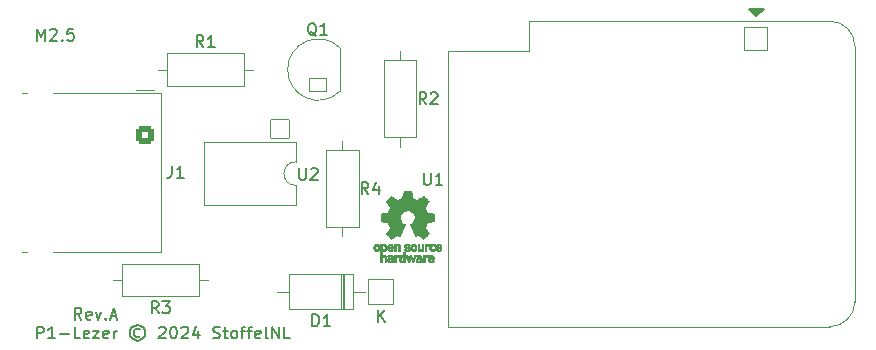
<source format=gto>
G04 #@! TF.GenerationSoftware,KiCad,Pcbnew,8.0.1*
G04 #@! TF.CreationDate,2024-04-29T21:46:06+02:00*
G04 #@! TF.ProjectId,P1-lezer,50312d6c-657a-4657-922e-6b696361645f,rev?*
G04 #@! TF.SameCoordinates,Original*
G04 #@! TF.FileFunction,Legend,Top*
G04 #@! TF.FilePolarity,Positive*
%FSLAX46Y46*%
G04 Gerber Fmt 4.6, Leading zero omitted, Abs format (unit mm)*
G04 Created by KiCad (PCBNEW 8.0.1) date 2024-04-29 21:46:06*
%MOMM*%
%LPD*%
G01*
G04 APERTURE LIST*
G04 Aperture macros list*
%AMRoundRect*
0 Rectangle with rounded corners*
0 $1 Rounding radius*
0 $2 $3 $4 $5 $6 $7 $8 $9 X,Y pos of 4 corners*
0 Add a 4 corners polygon primitive as box body*
4,1,4,$2,$3,$4,$5,$6,$7,$8,$9,$2,$3,0*
0 Add four circle primitives for the rounded corners*
1,1,$1+$1,$2,$3*
1,1,$1+$1,$4,$5*
1,1,$1+$1,$6,$7*
1,1,$1+$1,$8,$9*
0 Add four rect primitives between the rounded corners*
20,1,$1+$1,$2,$3,$4,$5,0*
20,1,$1+$1,$4,$5,$6,$7,0*
20,1,$1+$1,$6,$7,$8,$9,0*
20,1,$1+$1,$8,$9,$2,$3,0*%
G04 Aperture macros list end*
%ADD10C,0.153000*%
%ADD11C,0.010000*%
%ADD12C,0.120000*%
%ADD13C,0.150000*%
%ADD14C,1.676000*%
%ADD15O,1.676000X1.676000*%
%ADD16C,3.176000*%
%ADD17C,4.576000*%
%ADD18RoundRect,0.038000X0.750000X-0.525000X0.750000X0.525000X-0.750000X0.525000X-0.750000X-0.525000X0*%
%ADD19O,1.576000X1.126000*%
%ADD20RoundRect,0.038000X-1.000000X1.000000X-1.000000X-1.000000X1.000000X-1.000000X1.000000X1.000000X0*%
%ADD21O,1.676000X2.076000*%
%ADD22C,3.326000*%
%ADD23RoundRect,0.262500X-0.535500X0.535500X-0.535500X-0.535500X0.535500X-0.535500X0.535500X0.535500X0*%
%ADD24C,1.596000*%
%ADD25RoundRect,0.038000X-0.800000X0.800000X-0.800000X-0.800000X0.800000X-0.800000X0.800000X0.800000X0*%
%ADD26RoundRect,0.038000X1.100000X1.100000X-1.100000X1.100000X-1.100000X-1.100000X1.100000X-1.100000X0*%
%ADD27O,2.276000X2.276000*%
G04 APERTURE END LIST*
D10*
X72338752Y-96069663D02*
X72338752Y-95069663D01*
X72338752Y-95069663D02*
X72719704Y-95069663D01*
X72719704Y-95069663D02*
X72814942Y-95117282D01*
X72814942Y-95117282D02*
X72862561Y-95164901D01*
X72862561Y-95164901D02*
X72910180Y-95260139D01*
X72910180Y-95260139D02*
X72910180Y-95402996D01*
X72910180Y-95402996D02*
X72862561Y-95498234D01*
X72862561Y-95498234D02*
X72814942Y-95545853D01*
X72814942Y-95545853D02*
X72719704Y-95593472D01*
X72719704Y-95593472D02*
X72338752Y-95593472D01*
X73862561Y-96069663D02*
X73291133Y-96069663D01*
X73576847Y-96069663D02*
X73576847Y-95069663D01*
X73576847Y-95069663D02*
X73481609Y-95212520D01*
X73481609Y-95212520D02*
X73386371Y-95307758D01*
X73386371Y-95307758D02*
X73291133Y-95355377D01*
X74291133Y-95688710D02*
X75053038Y-95688710D01*
X76005418Y-96069663D02*
X75529228Y-96069663D01*
X75529228Y-96069663D02*
X75529228Y-95069663D01*
X76719704Y-96022044D02*
X76624466Y-96069663D01*
X76624466Y-96069663D02*
X76433990Y-96069663D01*
X76433990Y-96069663D02*
X76338752Y-96022044D01*
X76338752Y-96022044D02*
X76291133Y-95926805D01*
X76291133Y-95926805D02*
X76291133Y-95545853D01*
X76291133Y-95545853D02*
X76338752Y-95450615D01*
X76338752Y-95450615D02*
X76433990Y-95402996D01*
X76433990Y-95402996D02*
X76624466Y-95402996D01*
X76624466Y-95402996D02*
X76719704Y-95450615D01*
X76719704Y-95450615D02*
X76767323Y-95545853D01*
X76767323Y-95545853D02*
X76767323Y-95641091D01*
X76767323Y-95641091D02*
X76291133Y-95736329D01*
X77100657Y-95402996D02*
X77624466Y-95402996D01*
X77624466Y-95402996D02*
X77100657Y-96069663D01*
X77100657Y-96069663D02*
X77624466Y-96069663D01*
X78386371Y-96022044D02*
X78291133Y-96069663D01*
X78291133Y-96069663D02*
X78100657Y-96069663D01*
X78100657Y-96069663D02*
X78005419Y-96022044D01*
X78005419Y-96022044D02*
X77957800Y-95926805D01*
X77957800Y-95926805D02*
X77957800Y-95545853D01*
X77957800Y-95545853D02*
X78005419Y-95450615D01*
X78005419Y-95450615D02*
X78100657Y-95402996D01*
X78100657Y-95402996D02*
X78291133Y-95402996D01*
X78291133Y-95402996D02*
X78386371Y-95450615D01*
X78386371Y-95450615D02*
X78433990Y-95545853D01*
X78433990Y-95545853D02*
X78433990Y-95641091D01*
X78433990Y-95641091D02*
X77957800Y-95736329D01*
X78862562Y-96069663D02*
X78862562Y-95402996D01*
X78862562Y-95593472D02*
X78910181Y-95498234D01*
X78910181Y-95498234D02*
X78957800Y-95450615D01*
X78957800Y-95450615D02*
X79053038Y-95402996D01*
X79053038Y-95402996D02*
X79148276Y-95402996D01*
X81053039Y-95307758D02*
X80957800Y-95260139D01*
X80957800Y-95260139D02*
X80767324Y-95260139D01*
X80767324Y-95260139D02*
X80672086Y-95307758D01*
X80672086Y-95307758D02*
X80576848Y-95402996D01*
X80576848Y-95402996D02*
X80529229Y-95498234D01*
X80529229Y-95498234D02*
X80529229Y-95688710D01*
X80529229Y-95688710D02*
X80576848Y-95783948D01*
X80576848Y-95783948D02*
X80672086Y-95879186D01*
X80672086Y-95879186D02*
X80767324Y-95926805D01*
X80767324Y-95926805D02*
X80957800Y-95926805D01*
X80957800Y-95926805D02*
X81053039Y-95879186D01*
X80862562Y-94926805D02*
X80624467Y-94974424D01*
X80624467Y-94974424D02*
X80386372Y-95117282D01*
X80386372Y-95117282D02*
X80243515Y-95355377D01*
X80243515Y-95355377D02*
X80195896Y-95593472D01*
X80195896Y-95593472D02*
X80243515Y-95831567D01*
X80243515Y-95831567D02*
X80386372Y-96069663D01*
X80386372Y-96069663D02*
X80624467Y-96212520D01*
X80624467Y-96212520D02*
X80862562Y-96260139D01*
X80862562Y-96260139D02*
X81100658Y-96212520D01*
X81100658Y-96212520D02*
X81338753Y-96069663D01*
X81338753Y-96069663D02*
X81481610Y-95831567D01*
X81481610Y-95831567D02*
X81529229Y-95593472D01*
X81529229Y-95593472D02*
X81481610Y-95355377D01*
X81481610Y-95355377D02*
X81338753Y-95117282D01*
X81338753Y-95117282D02*
X81100658Y-94974424D01*
X81100658Y-94974424D02*
X80862562Y-94926805D01*
X82672087Y-95164901D02*
X82719706Y-95117282D01*
X82719706Y-95117282D02*
X82814944Y-95069663D01*
X82814944Y-95069663D02*
X83053039Y-95069663D01*
X83053039Y-95069663D02*
X83148277Y-95117282D01*
X83148277Y-95117282D02*
X83195896Y-95164901D01*
X83195896Y-95164901D02*
X83243515Y-95260139D01*
X83243515Y-95260139D02*
X83243515Y-95355377D01*
X83243515Y-95355377D02*
X83195896Y-95498234D01*
X83195896Y-95498234D02*
X82624468Y-96069663D01*
X82624468Y-96069663D02*
X83243515Y-96069663D01*
X83862563Y-95069663D02*
X83957801Y-95069663D01*
X83957801Y-95069663D02*
X84053039Y-95117282D01*
X84053039Y-95117282D02*
X84100658Y-95164901D01*
X84100658Y-95164901D02*
X84148277Y-95260139D01*
X84148277Y-95260139D02*
X84195896Y-95450615D01*
X84195896Y-95450615D02*
X84195896Y-95688710D01*
X84195896Y-95688710D02*
X84148277Y-95879186D01*
X84148277Y-95879186D02*
X84100658Y-95974424D01*
X84100658Y-95974424D02*
X84053039Y-96022044D01*
X84053039Y-96022044D02*
X83957801Y-96069663D01*
X83957801Y-96069663D02*
X83862563Y-96069663D01*
X83862563Y-96069663D02*
X83767325Y-96022044D01*
X83767325Y-96022044D02*
X83719706Y-95974424D01*
X83719706Y-95974424D02*
X83672087Y-95879186D01*
X83672087Y-95879186D02*
X83624468Y-95688710D01*
X83624468Y-95688710D02*
X83624468Y-95450615D01*
X83624468Y-95450615D02*
X83672087Y-95260139D01*
X83672087Y-95260139D02*
X83719706Y-95164901D01*
X83719706Y-95164901D02*
X83767325Y-95117282D01*
X83767325Y-95117282D02*
X83862563Y-95069663D01*
X84576849Y-95164901D02*
X84624468Y-95117282D01*
X84624468Y-95117282D02*
X84719706Y-95069663D01*
X84719706Y-95069663D02*
X84957801Y-95069663D01*
X84957801Y-95069663D02*
X85053039Y-95117282D01*
X85053039Y-95117282D02*
X85100658Y-95164901D01*
X85100658Y-95164901D02*
X85148277Y-95260139D01*
X85148277Y-95260139D02*
X85148277Y-95355377D01*
X85148277Y-95355377D02*
X85100658Y-95498234D01*
X85100658Y-95498234D02*
X84529230Y-96069663D01*
X84529230Y-96069663D02*
X85148277Y-96069663D01*
X86005420Y-95402996D02*
X86005420Y-96069663D01*
X85767325Y-95022044D02*
X85529230Y-95736329D01*
X85529230Y-95736329D02*
X86148277Y-95736329D01*
X87243516Y-96022044D02*
X87386373Y-96069663D01*
X87386373Y-96069663D02*
X87624468Y-96069663D01*
X87624468Y-96069663D02*
X87719706Y-96022044D01*
X87719706Y-96022044D02*
X87767325Y-95974424D01*
X87767325Y-95974424D02*
X87814944Y-95879186D01*
X87814944Y-95879186D02*
X87814944Y-95783948D01*
X87814944Y-95783948D02*
X87767325Y-95688710D01*
X87767325Y-95688710D02*
X87719706Y-95641091D01*
X87719706Y-95641091D02*
X87624468Y-95593472D01*
X87624468Y-95593472D02*
X87433992Y-95545853D01*
X87433992Y-95545853D02*
X87338754Y-95498234D01*
X87338754Y-95498234D02*
X87291135Y-95450615D01*
X87291135Y-95450615D02*
X87243516Y-95355377D01*
X87243516Y-95355377D02*
X87243516Y-95260139D01*
X87243516Y-95260139D02*
X87291135Y-95164901D01*
X87291135Y-95164901D02*
X87338754Y-95117282D01*
X87338754Y-95117282D02*
X87433992Y-95069663D01*
X87433992Y-95069663D02*
X87672087Y-95069663D01*
X87672087Y-95069663D02*
X87814944Y-95117282D01*
X88100659Y-95402996D02*
X88481611Y-95402996D01*
X88243516Y-95069663D02*
X88243516Y-95926805D01*
X88243516Y-95926805D02*
X88291135Y-96022044D01*
X88291135Y-96022044D02*
X88386373Y-96069663D01*
X88386373Y-96069663D02*
X88481611Y-96069663D01*
X88957802Y-96069663D02*
X88862564Y-96022044D01*
X88862564Y-96022044D02*
X88814945Y-95974424D01*
X88814945Y-95974424D02*
X88767326Y-95879186D01*
X88767326Y-95879186D02*
X88767326Y-95593472D01*
X88767326Y-95593472D02*
X88814945Y-95498234D01*
X88814945Y-95498234D02*
X88862564Y-95450615D01*
X88862564Y-95450615D02*
X88957802Y-95402996D01*
X88957802Y-95402996D02*
X89100659Y-95402996D01*
X89100659Y-95402996D02*
X89195897Y-95450615D01*
X89195897Y-95450615D02*
X89243516Y-95498234D01*
X89243516Y-95498234D02*
X89291135Y-95593472D01*
X89291135Y-95593472D02*
X89291135Y-95879186D01*
X89291135Y-95879186D02*
X89243516Y-95974424D01*
X89243516Y-95974424D02*
X89195897Y-96022044D01*
X89195897Y-96022044D02*
X89100659Y-96069663D01*
X89100659Y-96069663D02*
X88957802Y-96069663D01*
X89576850Y-95402996D02*
X89957802Y-95402996D01*
X89719707Y-96069663D02*
X89719707Y-95212520D01*
X89719707Y-95212520D02*
X89767326Y-95117282D01*
X89767326Y-95117282D02*
X89862564Y-95069663D01*
X89862564Y-95069663D02*
X89957802Y-95069663D01*
X90148279Y-95402996D02*
X90529231Y-95402996D01*
X90291136Y-96069663D02*
X90291136Y-95212520D01*
X90291136Y-95212520D02*
X90338755Y-95117282D01*
X90338755Y-95117282D02*
X90433993Y-95069663D01*
X90433993Y-95069663D02*
X90529231Y-95069663D01*
X91243517Y-96022044D02*
X91148279Y-96069663D01*
X91148279Y-96069663D02*
X90957803Y-96069663D01*
X90957803Y-96069663D02*
X90862565Y-96022044D01*
X90862565Y-96022044D02*
X90814946Y-95926805D01*
X90814946Y-95926805D02*
X90814946Y-95545853D01*
X90814946Y-95545853D02*
X90862565Y-95450615D01*
X90862565Y-95450615D02*
X90957803Y-95402996D01*
X90957803Y-95402996D02*
X91148279Y-95402996D01*
X91148279Y-95402996D02*
X91243517Y-95450615D01*
X91243517Y-95450615D02*
X91291136Y-95545853D01*
X91291136Y-95545853D02*
X91291136Y-95641091D01*
X91291136Y-95641091D02*
X90814946Y-95736329D01*
X91862565Y-96069663D02*
X91767327Y-96022044D01*
X91767327Y-96022044D02*
X91719708Y-95926805D01*
X91719708Y-95926805D02*
X91719708Y-95069663D01*
X92243518Y-96069663D02*
X92243518Y-95069663D01*
X92243518Y-95069663D02*
X92814946Y-96069663D01*
X92814946Y-96069663D02*
X92814946Y-95069663D01*
X93767327Y-96069663D02*
X93291137Y-96069663D01*
X93291137Y-96069663D02*
X93291137Y-95069663D01*
X76110180Y-94469663D02*
X75776847Y-93993472D01*
X75538752Y-94469663D02*
X75538752Y-93469663D01*
X75538752Y-93469663D02*
X75919704Y-93469663D01*
X75919704Y-93469663D02*
X76014942Y-93517282D01*
X76014942Y-93517282D02*
X76062561Y-93564901D01*
X76062561Y-93564901D02*
X76110180Y-93660139D01*
X76110180Y-93660139D02*
X76110180Y-93802996D01*
X76110180Y-93802996D02*
X76062561Y-93898234D01*
X76062561Y-93898234D02*
X76014942Y-93945853D01*
X76014942Y-93945853D02*
X75919704Y-93993472D01*
X75919704Y-93993472D02*
X75538752Y-93993472D01*
X76919704Y-94422044D02*
X76824466Y-94469663D01*
X76824466Y-94469663D02*
X76633990Y-94469663D01*
X76633990Y-94469663D02*
X76538752Y-94422044D01*
X76538752Y-94422044D02*
X76491133Y-94326805D01*
X76491133Y-94326805D02*
X76491133Y-93945853D01*
X76491133Y-93945853D02*
X76538752Y-93850615D01*
X76538752Y-93850615D02*
X76633990Y-93802996D01*
X76633990Y-93802996D02*
X76824466Y-93802996D01*
X76824466Y-93802996D02*
X76919704Y-93850615D01*
X76919704Y-93850615D02*
X76967323Y-93945853D01*
X76967323Y-93945853D02*
X76967323Y-94041091D01*
X76967323Y-94041091D02*
X76491133Y-94136329D01*
X77300657Y-93802996D02*
X77538752Y-94469663D01*
X77538752Y-94469663D02*
X77776847Y-93802996D01*
X78157800Y-94374424D02*
X78205419Y-94422044D01*
X78205419Y-94422044D02*
X78157800Y-94469663D01*
X78157800Y-94469663D02*
X78110181Y-94422044D01*
X78110181Y-94422044D02*
X78157800Y-94374424D01*
X78157800Y-94374424D02*
X78157800Y-94469663D01*
X78586371Y-94183948D02*
X79062561Y-94183948D01*
X78491133Y-94469663D02*
X78824466Y-93469663D01*
X78824466Y-93469663D02*
X79157799Y-94469663D01*
X105303333Y-76234663D02*
X104970000Y-75758472D01*
X104731905Y-76234663D02*
X104731905Y-75234663D01*
X104731905Y-75234663D02*
X105112857Y-75234663D01*
X105112857Y-75234663D02*
X105208095Y-75282282D01*
X105208095Y-75282282D02*
X105255714Y-75329901D01*
X105255714Y-75329901D02*
X105303333Y-75425139D01*
X105303333Y-75425139D02*
X105303333Y-75567996D01*
X105303333Y-75567996D02*
X105255714Y-75663234D01*
X105255714Y-75663234D02*
X105208095Y-75710853D01*
X105208095Y-75710853D02*
X105112857Y-75758472D01*
X105112857Y-75758472D02*
X104731905Y-75758472D01*
X105684286Y-75329901D02*
X105731905Y-75282282D01*
X105731905Y-75282282D02*
X105827143Y-75234663D01*
X105827143Y-75234663D02*
X106065238Y-75234663D01*
X106065238Y-75234663D02*
X106160476Y-75282282D01*
X106160476Y-75282282D02*
X106208095Y-75329901D01*
X106208095Y-75329901D02*
X106255714Y-75425139D01*
X106255714Y-75425139D02*
X106255714Y-75520377D01*
X106255714Y-75520377D02*
X106208095Y-75663234D01*
X106208095Y-75663234D02*
X105636667Y-76234663D01*
X105636667Y-76234663D02*
X106255714Y-76234663D01*
X100403333Y-83834663D02*
X100070000Y-83358472D01*
X99831905Y-83834663D02*
X99831905Y-82834663D01*
X99831905Y-82834663D02*
X100212857Y-82834663D01*
X100212857Y-82834663D02*
X100308095Y-82882282D01*
X100308095Y-82882282D02*
X100355714Y-82929901D01*
X100355714Y-82929901D02*
X100403333Y-83025139D01*
X100403333Y-83025139D02*
X100403333Y-83167996D01*
X100403333Y-83167996D02*
X100355714Y-83263234D01*
X100355714Y-83263234D02*
X100308095Y-83310853D01*
X100308095Y-83310853D02*
X100212857Y-83358472D01*
X100212857Y-83358472D02*
X99831905Y-83358472D01*
X101260476Y-83167996D02*
X101260476Y-83834663D01*
X101022381Y-82787044D02*
X100784286Y-83501329D01*
X100784286Y-83501329D02*
X101403333Y-83501329D01*
X96004761Y-70449901D02*
X95909523Y-70402282D01*
X95909523Y-70402282D02*
X95814285Y-70307044D01*
X95814285Y-70307044D02*
X95671428Y-70164186D01*
X95671428Y-70164186D02*
X95576190Y-70116567D01*
X95576190Y-70116567D02*
X95480952Y-70116567D01*
X95528571Y-70354663D02*
X95433333Y-70307044D01*
X95433333Y-70307044D02*
X95338095Y-70211805D01*
X95338095Y-70211805D02*
X95290476Y-70021329D01*
X95290476Y-70021329D02*
X95290476Y-69687996D01*
X95290476Y-69687996D02*
X95338095Y-69497520D01*
X95338095Y-69497520D02*
X95433333Y-69402282D01*
X95433333Y-69402282D02*
X95528571Y-69354663D01*
X95528571Y-69354663D02*
X95719047Y-69354663D01*
X95719047Y-69354663D02*
X95814285Y-69402282D01*
X95814285Y-69402282D02*
X95909523Y-69497520D01*
X95909523Y-69497520D02*
X95957142Y-69687996D01*
X95957142Y-69687996D02*
X95957142Y-70021329D01*
X95957142Y-70021329D02*
X95909523Y-70211805D01*
X95909523Y-70211805D02*
X95814285Y-70307044D01*
X95814285Y-70307044D02*
X95719047Y-70354663D01*
X95719047Y-70354663D02*
X95528571Y-70354663D01*
X96909523Y-70354663D02*
X96338095Y-70354663D01*
X96623809Y-70354663D02*
X96623809Y-69354663D01*
X96623809Y-69354663D02*
X96528571Y-69497520D01*
X96528571Y-69497520D02*
X96433333Y-69592758D01*
X96433333Y-69592758D02*
X96338095Y-69640377D01*
X105098095Y-82054663D02*
X105098095Y-82864186D01*
X105098095Y-82864186D02*
X105145714Y-82959424D01*
X105145714Y-82959424D02*
X105193333Y-83007044D01*
X105193333Y-83007044D02*
X105288571Y-83054663D01*
X105288571Y-83054663D02*
X105479047Y-83054663D01*
X105479047Y-83054663D02*
X105574285Y-83007044D01*
X105574285Y-83007044D02*
X105621904Y-82959424D01*
X105621904Y-82959424D02*
X105669523Y-82864186D01*
X105669523Y-82864186D02*
X105669523Y-82054663D01*
X106669523Y-83054663D02*
X106098095Y-83054663D01*
X106383809Y-83054663D02*
X106383809Y-82054663D01*
X106383809Y-82054663D02*
X106288571Y-82197520D01*
X106288571Y-82197520D02*
X106193333Y-82292758D01*
X106193333Y-82292758D02*
X106098095Y-82340377D01*
X82633333Y-93924663D02*
X82300000Y-93448472D01*
X82061905Y-93924663D02*
X82061905Y-92924663D01*
X82061905Y-92924663D02*
X82442857Y-92924663D01*
X82442857Y-92924663D02*
X82538095Y-92972282D01*
X82538095Y-92972282D02*
X82585714Y-93019901D01*
X82585714Y-93019901D02*
X82633333Y-93115139D01*
X82633333Y-93115139D02*
X82633333Y-93257996D01*
X82633333Y-93257996D02*
X82585714Y-93353234D01*
X82585714Y-93353234D02*
X82538095Y-93400853D01*
X82538095Y-93400853D02*
X82442857Y-93448472D01*
X82442857Y-93448472D02*
X82061905Y-93448472D01*
X82966667Y-92924663D02*
X83585714Y-92924663D01*
X83585714Y-92924663D02*
X83252381Y-93305615D01*
X83252381Y-93305615D02*
X83395238Y-93305615D01*
X83395238Y-93305615D02*
X83490476Y-93353234D01*
X83490476Y-93353234D02*
X83538095Y-93400853D01*
X83538095Y-93400853D02*
X83585714Y-93496091D01*
X83585714Y-93496091D02*
X83585714Y-93734186D01*
X83585714Y-93734186D02*
X83538095Y-93829424D01*
X83538095Y-93829424D02*
X83490476Y-93877044D01*
X83490476Y-93877044D02*
X83395238Y-93924663D01*
X83395238Y-93924663D02*
X83109524Y-93924663D01*
X83109524Y-93924663D02*
X83014286Y-93877044D01*
X83014286Y-93877044D02*
X82966667Y-93829424D01*
X83766666Y-81454663D02*
X83766666Y-82168948D01*
X83766666Y-82168948D02*
X83719047Y-82311805D01*
X83719047Y-82311805D02*
X83623809Y-82407044D01*
X83623809Y-82407044D02*
X83480952Y-82454663D01*
X83480952Y-82454663D02*
X83385714Y-82454663D01*
X84766666Y-82454663D02*
X84195238Y-82454663D01*
X84480952Y-82454663D02*
X84480952Y-81454663D01*
X84480952Y-81454663D02*
X84385714Y-81597520D01*
X84385714Y-81597520D02*
X84290476Y-81692758D01*
X84290476Y-81692758D02*
X84195238Y-81740377D01*
X86433333Y-71384663D02*
X86100000Y-70908472D01*
X85861905Y-71384663D02*
X85861905Y-70384663D01*
X85861905Y-70384663D02*
X86242857Y-70384663D01*
X86242857Y-70384663D02*
X86338095Y-70432282D01*
X86338095Y-70432282D02*
X86385714Y-70479901D01*
X86385714Y-70479901D02*
X86433333Y-70575139D01*
X86433333Y-70575139D02*
X86433333Y-70717996D01*
X86433333Y-70717996D02*
X86385714Y-70813234D01*
X86385714Y-70813234D02*
X86338095Y-70860853D01*
X86338095Y-70860853D02*
X86242857Y-70908472D01*
X86242857Y-70908472D02*
X85861905Y-70908472D01*
X87385714Y-71384663D02*
X86814286Y-71384663D01*
X87100000Y-71384663D02*
X87100000Y-70384663D01*
X87100000Y-70384663D02*
X87004762Y-70527520D01*
X87004762Y-70527520D02*
X86909524Y-70622758D01*
X86909524Y-70622758D02*
X86814286Y-70670377D01*
X94538095Y-81654663D02*
X94538095Y-82464186D01*
X94538095Y-82464186D02*
X94585714Y-82559424D01*
X94585714Y-82559424D02*
X94633333Y-82607044D01*
X94633333Y-82607044D02*
X94728571Y-82654663D01*
X94728571Y-82654663D02*
X94919047Y-82654663D01*
X94919047Y-82654663D02*
X95014285Y-82607044D01*
X95014285Y-82607044D02*
X95061904Y-82559424D01*
X95061904Y-82559424D02*
X95109523Y-82464186D01*
X95109523Y-82464186D02*
X95109523Y-81654663D01*
X95538095Y-81749901D02*
X95585714Y-81702282D01*
X95585714Y-81702282D02*
X95680952Y-81654663D01*
X95680952Y-81654663D02*
X95919047Y-81654663D01*
X95919047Y-81654663D02*
X96014285Y-81702282D01*
X96014285Y-81702282D02*
X96061904Y-81749901D01*
X96061904Y-81749901D02*
X96109523Y-81845139D01*
X96109523Y-81845139D02*
X96109523Y-81940377D01*
X96109523Y-81940377D02*
X96061904Y-82083234D01*
X96061904Y-82083234D02*
X95490476Y-82654663D01*
X95490476Y-82654663D02*
X96109523Y-82654663D01*
X95661905Y-95024663D02*
X95661905Y-94024663D01*
X95661905Y-94024663D02*
X95900000Y-94024663D01*
X95900000Y-94024663D02*
X96042857Y-94072282D01*
X96042857Y-94072282D02*
X96138095Y-94167520D01*
X96138095Y-94167520D02*
X96185714Y-94262758D01*
X96185714Y-94262758D02*
X96233333Y-94453234D01*
X96233333Y-94453234D02*
X96233333Y-94596091D01*
X96233333Y-94596091D02*
X96185714Y-94786567D01*
X96185714Y-94786567D02*
X96138095Y-94881805D01*
X96138095Y-94881805D02*
X96042857Y-94977044D01*
X96042857Y-94977044D02*
X95900000Y-95024663D01*
X95900000Y-95024663D02*
X95661905Y-95024663D01*
X97185714Y-95024663D02*
X96614286Y-95024663D01*
X96900000Y-95024663D02*
X96900000Y-94024663D01*
X96900000Y-94024663D02*
X96804762Y-94167520D01*
X96804762Y-94167520D02*
X96709524Y-94262758D01*
X96709524Y-94262758D02*
X96614286Y-94310377D01*
X101218095Y-94654663D02*
X101218095Y-93654663D01*
X101789523Y-94654663D02*
X101360952Y-94083234D01*
X101789523Y-93654663D02*
X101218095Y-94226091D01*
X72376191Y-70854663D02*
X72376191Y-69854663D01*
X72376191Y-69854663D02*
X72709524Y-70568948D01*
X72709524Y-70568948D02*
X73042857Y-69854663D01*
X73042857Y-69854663D02*
X73042857Y-70854663D01*
X73471429Y-69949901D02*
X73519048Y-69902282D01*
X73519048Y-69902282D02*
X73614286Y-69854663D01*
X73614286Y-69854663D02*
X73852381Y-69854663D01*
X73852381Y-69854663D02*
X73947619Y-69902282D01*
X73947619Y-69902282D02*
X73995238Y-69949901D01*
X73995238Y-69949901D02*
X74042857Y-70045139D01*
X74042857Y-70045139D02*
X74042857Y-70140377D01*
X74042857Y-70140377D02*
X73995238Y-70283234D01*
X73995238Y-70283234D02*
X73423810Y-70854663D01*
X73423810Y-70854663D02*
X74042857Y-70854663D01*
X74471429Y-70759424D02*
X74519048Y-70807044D01*
X74519048Y-70807044D02*
X74471429Y-70854663D01*
X74471429Y-70854663D02*
X74423810Y-70807044D01*
X74423810Y-70807044D02*
X74471429Y-70759424D01*
X74471429Y-70759424D02*
X74471429Y-70854663D01*
X75423809Y-69854663D02*
X74947619Y-69854663D01*
X74947619Y-69854663D02*
X74900000Y-70330853D01*
X74900000Y-70330853D02*
X74947619Y-70283234D01*
X74947619Y-70283234D02*
X75042857Y-70235615D01*
X75042857Y-70235615D02*
X75280952Y-70235615D01*
X75280952Y-70235615D02*
X75376190Y-70283234D01*
X75376190Y-70283234D02*
X75423809Y-70330853D01*
X75423809Y-70330853D02*
X75471428Y-70426091D01*
X75471428Y-70426091D02*
X75471428Y-70664186D01*
X75471428Y-70664186D02*
X75423809Y-70759424D01*
X75423809Y-70759424D02*
X75376190Y-70807044D01*
X75376190Y-70807044D02*
X75280952Y-70854663D01*
X75280952Y-70854663D02*
X75042857Y-70854663D01*
X75042857Y-70854663D02*
X74947619Y-70807044D01*
X74947619Y-70807044D02*
X74900000Y-70759424D01*
D11*
X105499460Y-88058030D02*
X105542711Y-88071245D01*
X105570558Y-88087941D01*
X105579629Y-88101145D01*
X105577132Y-88116797D01*
X105560931Y-88141385D01*
X105547232Y-88158800D01*
X105518992Y-88190283D01*
X105497775Y-88203529D01*
X105479688Y-88202664D01*
X105426035Y-88189010D01*
X105386630Y-88189630D01*
X105354632Y-88205104D01*
X105343890Y-88214161D01*
X105309505Y-88246027D01*
X105309505Y-88662179D01*
X105171188Y-88662179D01*
X105171188Y-88058614D01*
X105240347Y-88058614D01*
X105281869Y-88060256D01*
X105303291Y-88066087D01*
X105309502Y-88077461D01*
X105309505Y-88077798D01*
X105312439Y-88089713D01*
X105325704Y-88088159D01*
X105344084Y-88079563D01*
X105382046Y-88063568D01*
X105412872Y-88053945D01*
X105452536Y-88051478D01*
X105499460Y-88058030D01*
G36*
X105499460Y-88058030D02*
G01*
X105542711Y-88071245D01*
X105570558Y-88087941D01*
X105579629Y-88101145D01*
X105577132Y-88116797D01*
X105560931Y-88141385D01*
X105547232Y-88158800D01*
X105518992Y-88190283D01*
X105497775Y-88203529D01*
X105479688Y-88202664D01*
X105426035Y-88189010D01*
X105386630Y-88189630D01*
X105354632Y-88205104D01*
X105343890Y-88214161D01*
X105309505Y-88246027D01*
X105309505Y-88662179D01*
X105171188Y-88662179D01*
X105171188Y-88058614D01*
X105240347Y-88058614D01*
X105281869Y-88060256D01*
X105303291Y-88066087D01*
X105309502Y-88077461D01*
X105309505Y-88077798D01*
X105312439Y-88089713D01*
X105325704Y-88088159D01*
X105344084Y-88079563D01*
X105382046Y-88063568D01*
X105412872Y-88053945D01*
X105452536Y-88051478D01*
X105499460Y-88058030D01*
G37*
X105335255Y-89001486D02*
X105383595Y-89011015D01*
X105411114Y-89025125D01*
X105440064Y-89048568D01*
X105398876Y-89100571D01*
X105373482Y-89132064D01*
X105356238Y-89147428D01*
X105339102Y-89149776D01*
X105314027Y-89142217D01*
X105302257Y-89137941D01*
X105254270Y-89131631D01*
X105210324Y-89145156D01*
X105178060Y-89175710D01*
X105172819Y-89185452D01*
X105167112Y-89211258D01*
X105162706Y-89258817D01*
X105159811Y-89324758D01*
X105158631Y-89405710D01*
X105158614Y-89417226D01*
X105158614Y-89617822D01*
X105020297Y-89617822D01*
X105020297Y-89001683D01*
X105089456Y-89001683D01*
X105129333Y-89002725D01*
X105150107Y-89007358D01*
X105157789Y-89017849D01*
X105158614Y-89027745D01*
X105158614Y-89053806D01*
X105191745Y-89027745D01*
X105229735Y-89009965D01*
X105280770Y-89001174D01*
X105335255Y-89001486D01*
G36*
X105335255Y-89001486D02*
G01*
X105383595Y-89011015D01*
X105411114Y-89025125D01*
X105440064Y-89048568D01*
X105398876Y-89100571D01*
X105373482Y-89132064D01*
X105356238Y-89147428D01*
X105339102Y-89149776D01*
X105314027Y-89142217D01*
X105302257Y-89137941D01*
X105254270Y-89131631D01*
X105210324Y-89145156D01*
X105178060Y-89175710D01*
X105172819Y-89185452D01*
X105167112Y-89211258D01*
X105162706Y-89258817D01*
X105159811Y-89324758D01*
X105158631Y-89405710D01*
X105158614Y-89417226D01*
X105158614Y-89617822D01*
X105020297Y-89617822D01*
X105020297Y-89001683D01*
X105089456Y-89001683D01*
X105129333Y-89002725D01*
X105150107Y-89007358D01*
X105157789Y-89017849D01*
X105158614Y-89027745D01*
X105158614Y-89053806D01*
X105191745Y-89027745D01*
X105229735Y-89009965D01*
X105280770Y-89001174D01*
X105335255Y-89001486D01*
G37*
X102706644Y-89003020D02*
X102725461Y-89008660D01*
X102731527Y-89021053D01*
X102731782Y-89026647D01*
X102732871Y-89042230D01*
X102740368Y-89044676D01*
X102760619Y-89033993D01*
X102772649Y-89026694D01*
X102810600Y-89011063D01*
X102855928Y-89003334D01*
X102903456Y-89002740D01*
X102948005Y-89008513D01*
X102984398Y-89019884D01*
X103007457Y-89036088D01*
X103012004Y-89056355D01*
X103009709Y-89061843D01*
X102992980Y-89084626D01*
X102967037Y-89112647D01*
X102962345Y-89117177D01*
X102937617Y-89138005D01*
X102916282Y-89144735D01*
X102886445Y-89140038D01*
X102874492Y-89136917D01*
X102837295Y-89129421D01*
X102811141Y-89132792D01*
X102789054Y-89144681D01*
X102768822Y-89160635D01*
X102753921Y-89180700D01*
X102743566Y-89208702D01*
X102736971Y-89248467D01*
X102733351Y-89303823D01*
X102731922Y-89378594D01*
X102731782Y-89423740D01*
X102731782Y-89617822D01*
X102606040Y-89617822D01*
X102606040Y-89001683D01*
X102668911Y-89001683D01*
X102706644Y-89003020D01*
G36*
X102706644Y-89003020D02*
G01*
X102725461Y-89008660D01*
X102731527Y-89021053D01*
X102731782Y-89026647D01*
X102732871Y-89042230D01*
X102740368Y-89044676D01*
X102760619Y-89033993D01*
X102772649Y-89026694D01*
X102810600Y-89011063D01*
X102855928Y-89003334D01*
X102903456Y-89002740D01*
X102948005Y-89008513D01*
X102984398Y-89019884D01*
X103007457Y-89036088D01*
X103012004Y-89056355D01*
X103009709Y-89061843D01*
X102992980Y-89084626D01*
X102967037Y-89112647D01*
X102962345Y-89117177D01*
X102937617Y-89138005D01*
X102916282Y-89144735D01*
X102886445Y-89140038D01*
X102874492Y-89136917D01*
X102837295Y-89129421D01*
X102811141Y-89132792D01*
X102789054Y-89144681D01*
X102768822Y-89160635D01*
X102753921Y-89180700D01*
X102743566Y-89208702D01*
X102736971Y-89248467D01*
X102733351Y-89303823D01*
X102731922Y-89378594D01*
X102731782Y-89423740D01*
X102731782Y-89617822D01*
X102606040Y-89617822D01*
X102606040Y-89001683D01*
X102668911Y-89001683D01*
X102706644Y-89003020D01*
G37*
X104693367Y-88254342D02*
X104694555Y-88346563D01*
X104698897Y-88416610D01*
X104707558Y-88467381D01*
X104721704Y-88501772D01*
X104742500Y-88522679D01*
X104771110Y-88533000D01*
X104806535Y-88535636D01*
X104843636Y-88532682D01*
X104871818Y-88521889D01*
X104892243Y-88500360D01*
X104906079Y-88465199D01*
X104914491Y-88413510D01*
X104918643Y-88342394D01*
X104919703Y-88254342D01*
X104919703Y-88058614D01*
X105058020Y-88058614D01*
X105058020Y-88662179D01*
X104988862Y-88662179D01*
X104947170Y-88660489D01*
X104925701Y-88654556D01*
X104919703Y-88643293D01*
X104916091Y-88633261D01*
X104901714Y-88635383D01*
X104872736Y-88649580D01*
X104806319Y-88671480D01*
X104735875Y-88669928D01*
X104668377Y-88646147D01*
X104636233Y-88627362D01*
X104611715Y-88607022D01*
X104593804Y-88581573D01*
X104581479Y-88547458D01*
X104573723Y-88501121D01*
X104569516Y-88439007D01*
X104567840Y-88357561D01*
X104567624Y-88294578D01*
X104567624Y-88058614D01*
X104693367Y-88058614D01*
X104693367Y-88254342D01*
G36*
X104693367Y-88254342D02*
G01*
X104694555Y-88346563D01*
X104698897Y-88416610D01*
X104707558Y-88467381D01*
X104721704Y-88501772D01*
X104742500Y-88522679D01*
X104771110Y-88533000D01*
X104806535Y-88535636D01*
X104843636Y-88532682D01*
X104871818Y-88521889D01*
X104892243Y-88500360D01*
X104906079Y-88465199D01*
X104914491Y-88413510D01*
X104918643Y-88342394D01*
X104919703Y-88254342D01*
X104919703Y-88058614D01*
X105058020Y-88058614D01*
X105058020Y-88662179D01*
X104988862Y-88662179D01*
X104947170Y-88660489D01*
X104925701Y-88654556D01*
X104919703Y-88643293D01*
X104916091Y-88633261D01*
X104901714Y-88635383D01*
X104872736Y-88649580D01*
X104806319Y-88671480D01*
X104735875Y-88669928D01*
X104668377Y-88646147D01*
X104636233Y-88627362D01*
X104611715Y-88607022D01*
X104593804Y-88581573D01*
X104581479Y-88547458D01*
X104573723Y-88501121D01*
X104569516Y-88439007D01*
X104567840Y-88357561D01*
X104567624Y-88294578D01*
X104567624Y-88058614D01*
X104693367Y-88058614D01*
X104693367Y-88254342D01*
G37*
X102945988Y-88069002D02*
X102977283Y-88083950D01*
X103007591Y-88105541D01*
X103030682Y-88130391D01*
X103047500Y-88162087D01*
X103058994Y-88204214D01*
X103066109Y-88260358D01*
X103069793Y-88334106D01*
X103070992Y-88429044D01*
X103071011Y-88438985D01*
X103071287Y-88662179D01*
X102932970Y-88662179D01*
X102932970Y-88456418D01*
X102932872Y-88380189D01*
X102932191Y-88324939D01*
X102930349Y-88286501D01*
X102926767Y-88260706D01*
X102920868Y-88243384D01*
X102912073Y-88230368D01*
X102899820Y-88217507D01*
X102856953Y-88189873D01*
X102810157Y-88184745D01*
X102765576Y-88202217D01*
X102750072Y-88215221D01*
X102738690Y-88227447D01*
X102730519Y-88240540D01*
X102725026Y-88258615D01*
X102721680Y-88285787D01*
X102719949Y-88326170D01*
X102719303Y-88383879D01*
X102719208Y-88454132D01*
X102719208Y-88662179D01*
X102580891Y-88662179D01*
X102580891Y-88058614D01*
X102650050Y-88058614D01*
X102691572Y-88060256D01*
X102712994Y-88066087D01*
X102719205Y-88077461D01*
X102719208Y-88077798D01*
X102722090Y-88088938D01*
X102734801Y-88087674D01*
X102760074Y-88075434D01*
X102817395Y-88057424D01*
X102882963Y-88055421D01*
X102945988Y-88069002D01*
G36*
X102945988Y-88069002D02*
G01*
X102977283Y-88083950D01*
X103007591Y-88105541D01*
X103030682Y-88130391D01*
X103047500Y-88162087D01*
X103058994Y-88204214D01*
X103066109Y-88260358D01*
X103069793Y-88334106D01*
X103070992Y-88429044D01*
X103071011Y-88438985D01*
X103071287Y-88662179D01*
X102932970Y-88662179D01*
X102932970Y-88456418D01*
X102932872Y-88380189D01*
X102932191Y-88324939D01*
X102930349Y-88286501D01*
X102926767Y-88260706D01*
X102920868Y-88243384D01*
X102912073Y-88230368D01*
X102899820Y-88217507D01*
X102856953Y-88189873D01*
X102810157Y-88184745D01*
X102765576Y-88202217D01*
X102750072Y-88215221D01*
X102738690Y-88227447D01*
X102730519Y-88240540D01*
X102725026Y-88258615D01*
X102721680Y-88285787D01*
X102719949Y-88326170D01*
X102719303Y-88383879D01*
X102719208Y-88454132D01*
X102719208Y-88662179D01*
X102580891Y-88662179D01*
X102580891Y-88058614D01*
X102650050Y-88058614D01*
X102691572Y-88060256D01*
X102712994Y-88066087D01*
X102719205Y-88077461D01*
X102719208Y-88077798D01*
X102722090Y-88088938D01*
X102734801Y-88087674D01*
X102760074Y-88075434D01*
X102817395Y-88057424D01*
X102882963Y-88055421D01*
X102945988Y-88069002D01*
G37*
X105917226Y-88063880D02*
X105990080Y-88094830D01*
X106013027Y-88109895D01*
X106042354Y-88133048D01*
X106060764Y-88151253D01*
X106063961Y-88157183D01*
X106054935Y-88170340D01*
X106031837Y-88192667D01*
X106013344Y-88208250D01*
X105962728Y-88248926D01*
X105922760Y-88215295D01*
X105891874Y-88193584D01*
X105861759Y-88186090D01*
X105827292Y-88187920D01*
X105772561Y-88201528D01*
X105734886Y-88229772D01*
X105711991Y-88275433D01*
X105701597Y-88341289D01*
X105701595Y-88341331D01*
X105702494Y-88414939D01*
X105716463Y-88468946D01*
X105744328Y-88505716D01*
X105763325Y-88518168D01*
X105813776Y-88533673D01*
X105867663Y-88533683D01*
X105914546Y-88518638D01*
X105925644Y-88511287D01*
X105953476Y-88492511D01*
X105975236Y-88489434D01*
X105998704Y-88503409D01*
X106024649Y-88528510D01*
X106065716Y-88570880D01*
X106020121Y-88608464D01*
X105949674Y-88650882D01*
X105870233Y-88671785D01*
X105787215Y-88670272D01*
X105732694Y-88656411D01*
X105668970Y-88622135D01*
X105618005Y-88568212D01*
X105594851Y-88530149D01*
X105576099Y-88475536D01*
X105566715Y-88406369D01*
X105566643Y-88331407D01*
X105575824Y-88259409D01*
X105594199Y-88199137D01*
X105597093Y-88192958D01*
X105639952Y-88132351D01*
X105697979Y-88088224D01*
X105766591Y-88061493D01*
X105841201Y-88053073D01*
X105917226Y-88063880D01*
G36*
X105917226Y-88063880D02*
G01*
X105990080Y-88094830D01*
X106013027Y-88109895D01*
X106042354Y-88133048D01*
X106060764Y-88151253D01*
X106063961Y-88157183D01*
X106054935Y-88170340D01*
X106031837Y-88192667D01*
X106013344Y-88208250D01*
X105962728Y-88248926D01*
X105922760Y-88215295D01*
X105891874Y-88193584D01*
X105861759Y-88186090D01*
X105827292Y-88187920D01*
X105772561Y-88201528D01*
X105734886Y-88229772D01*
X105711991Y-88275433D01*
X105701597Y-88341289D01*
X105701595Y-88341331D01*
X105702494Y-88414939D01*
X105716463Y-88468946D01*
X105744328Y-88505716D01*
X105763325Y-88518168D01*
X105813776Y-88533673D01*
X105867663Y-88533683D01*
X105914546Y-88518638D01*
X105925644Y-88511287D01*
X105953476Y-88492511D01*
X105975236Y-88489434D01*
X105998704Y-88503409D01*
X106024649Y-88528510D01*
X106065716Y-88570880D01*
X106020121Y-88608464D01*
X105949674Y-88650882D01*
X105870233Y-88671785D01*
X105787215Y-88670272D01*
X105732694Y-88656411D01*
X105668970Y-88622135D01*
X105618005Y-88568212D01*
X105594851Y-88530149D01*
X105576099Y-88475536D01*
X105566715Y-88406369D01*
X105566643Y-88331407D01*
X105575824Y-88259409D01*
X105594199Y-88199137D01*
X105597093Y-88192958D01*
X105639952Y-88132351D01*
X105697979Y-88088224D01*
X105766591Y-88061493D01*
X105841201Y-88053073D01*
X105917226Y-88063880D01*
G37*
X104310762Y-88066055D02*
X104374363Y-88100692D01*
X104424123Y-88155372D01*
X104447568Y-88199842D01*
X104457634Y-88239121D01*
X104464156Y-88295116D01*
X104466951Y-88359621D01*
X104465836Y-88424429D01*
X104460626Y-88481334D01*
X104454541Y-88511727D01*
X104434014Y-88553306D01*
X104398463Y-88597468D01*
X104355619Y-88636087D01*
X104313211Y-88661034D01*
X104312177Y-88661430D01*
X104259553Y-88672331D01*
X104197188Y-88672601D01*
X104137924Y-88662676D01*
X104115040Y-88654722D01*
X104056102Y-88621300D01*
X104013890Y-88577511D01*
X103986156Y-88519538D01*
X103970651Y-88443565D01*
X103967143Y-88403771D01*
X103967590Y-88353766D01*
X104102376Y-88353766D01*
X104106917Y-88426732D01*
X104119986Y-88482334D01*
X104140756Y-88517861D01*
X104155552Y-88528020D01*
X104193464Y-88535104D01*
X104238527Y-88533007D01*
X104277487Y-88522812D01*
X104287704Y-88517204D01*
X104314659Y-88484538D01*
X104332451Y-88434545D01*
X104340024Y-88373705D01*
X104336325Y-88308497D01*
X104328057Y-88269253D01*
X104304320Y-88223805D01*
X104266849Y-88195396D01*
X104221720Y-88185573D01*
X104175011Y-88195887D01*
X104139132Y-88221112D01*
X104120277Y-88241925D01*
X104109272Y-88262439D01*
X104104026Y-88290203D01*
X104102449Y-88332762D01*
X104102376Y-88353766D01*
X103967590Y-88353766D01*
X103968094Y-88297580D01*
X103985388Y-88210501D01*
X104019029Y-88142530D01*
X104069018Y-88093664D01*
X104135356Y-88063899D01*
X104149601Y-88060448D01*
X104235210Y-88052345D01*
X104310762Y-88066055D01*
G36*
X104310762Y-88066055D02*
G01*
X104374363Y-88100692D01*
X104424123Y-88155372D01*
X104447568Y-88199842D01*
X104457634Y-88239121D01*
X104464156Y-88295116D01*
X104466951Y-88359621D01*
X104465836Y-88424429D01*
X104460626Y-88481334D01*
X104454541Y-88511727D01*
X104434014Y-88553306D01*
X104398463Y-88597468D01*
X104355619Y-88636087D01*
X104313211Y-88661034D01*
X104312177Y-88661430D01*
X104259553Y-88672331D01*
X104197188Y-88672601D01*
X104137924Y-88662676D01*
X104115040Y-88654722D01*
X104056102Y-88621300D01*
X104013890Y-88577511D01*
X103986156Y-88519538D01*
X103970651Y-88443565D01*
X103967143Y-88403771D01*
X103967590Y-88353766D01*
X104102376Y-88353766D01*
X104106917Y-88426732D01*
X104119986Y-88482334D01*
X104140756Y-88517861D01*
X104155552Y-88528020D01*
X104193464Y-88535104D01*
X104238527Y-88533007D01*
X104277487Y-88522812D01*
X104287704Y-88517204D01*
X104314659Y-88484538D01*
X104332451Y-88434545D01*
X104340024Y-88373705D01*
X104336325Y-88308497D01*
X104328057Y-88269253D01*
X104304320Y-88223805D01*
X104266849Y-88195396D01*
X104221720Y-88185573D01*
X104175011Y-88195887D01*
X104139132Y-88221112D01*
X104120277Y-88241925D01*
X104109272Y-88262439D01*
X104104026Y-88290203D01*
X104102449Y-88332762D01*
X104102376Y-88353766D01*
X103967590Y-88353766D01*
X103968094Y-88297580D01*
X103985388Y-88210501D01*
X104019029Y-88142530D01*
X104069018Y-88093664D01*
X104135356Y-88063899D01*
X104149601Y-88060448D01*
X104235210Y-88052345D01*
X104310762Y-88066055D01*
G37*
X103981524Y-89004237D02*
X104031255Y-89007971D01*
X104161291Y-89397773D01*
X104181678Y-89328614D01*
X104193946Y-89285874D01*
X104210085Y-89228115D01*
X104227512Y-89164625D01*
X104236726Y-89130570D01*
X104271388Y-89001683D01*
X104414391Y-89001683D01*
X104371646Y-89136857D01*
X104350596Y-89203342D01*
X104325167Y-89283539D01*
X104298610Y-89367193D01*
X104274902Y-89441782D01*
X104220902Y-89611535D01*
X104162598Y-89615328D01*
X104104295Y-89619122D01*
X104072679Y-89514734D01*
X104053182Y-89449889D01*
X104031904Y-89378400D01*
X104013308Y-89315263D01*
X104012574Y-89312750D01*
X103998684Y-89269969D01*
X103986429Y-89240779D01*
X103977846Y-89229741D01*
X103976082Y-89231018D01*
X103969891Y-89248130D01*
X103958128Y-89284787D01*
X103942225Y-89336378D01*
X103923614Y-89398294D01*
X103913543Y-89432352D01*
X103859007Y-89617822D01*
X103743264Y-89617822D01*
X103650737Y-89325471D01*
X103624744Y-89243462D01*
X103601066Y-89168987D01*
X103580820Y-89105544D01*
X103565126Y-89056632D01*
X103555102Y-89025749D01*
X103552055Y-89016726D01*
X103554467Y-89007487D01*
X103573408Y-89003441D01*
X103612823Y-89003846D01*
X103618993Y-89004152D01*
X103692086Y-89007971D01*
X103739957Y-89184010D01*
X103757553Y-89248211D01*
X103773277Y-89304649D01*
X103785746Y-89348422D01*
X103793574Y-89374630D01*
X103795020Y-89378903D01*
X103801014Y-89373990D01*
X103813101Y-89348532D01*
X103829893Y-89305997D01*
X103850003Y-89249850D01*
X103867003Y-89199130D01*
X103931794Y-89000504D01*
X103981524Y-89004237D01*
G36*
X103981524Y-89004237D02*
G01*
X104031255Y-89007971D01*
X104161291Y-89397773D01*
X104181678Y-89328614D01*
X104193946Y-89285874D01*
X104210085Y-89228115D01*
X104227512Y-89164625D01*
X104236726Y-89130570D01*
X104271388Y-89001683D01*
X104414391Y-89001683D01*
X104371646Y-89136857D01*
X104350596Y-89203342D01*
X104325167Y-89283539D01*
X104298610Y-89367193D01*
X104274902Y-89441782D01*
X104220902Y-89611535D01*
X104162598Y-89615328D01*
X104104295Y-89619122D01*
X104072679Y-89514734D01*
X104053182Y-89449889D01*
X104031904Y-89378400D01*
X104013308Y-89315263D01*
X104012574Y-89312750D01*
X103998684Y-89269969D01*
X103986429Y-89240779D01*
X103977846Y-89229741D01*
X103976082Y-89231018D01*
X103969891Y-89248130D01*
X103958128Y-89284787D01*
X103942225Y-89336378D01*
X103923614Y-89398294D01*
X103913543Y-89432352D01*
X103859007Y-89617822D01*
X103743264Y-89617822D01*
X103650737Y-89325471D01*
X103624744Y-89243462D01*
X103601066Y-89168987D01*
X103580820Y-89105544D01*
X103565126Y-89056632D01*
X103555102Y-89025749D01*
X103552055Y-89016726D01*
X103554467Y-89007487D01*
X103573408Y-89003441D01*
X103612823Y-89003846D01*
X103618993Y-89004152D01*
X103692086Y-89007971D01*
X103739957Y-89184010D01*
X103757553Y-89248211D01*
X103773277Y-89304649D01*
X103785746Y-89348422D01*
X103793574Y-89374630D01*
X103795020Y-89378903D01*
X103801014Y-89373990D01*
X103813101Y-89348532D01*
X103829893Y-89305997D01*
X103850003Y-89249850D01*
X103867003Y-89199130D01*
X103931794Y-89000504D01*
X103981524Y-89004237D01*
G37*
X101161739Y-88065148D02*
X101227521Y-88094231D01*
X101277460Y-88142793D01*
X101311626Y-88210908D01*
X101330093Y-88298651D01*
X101331417Y-88312351D01*
X101332454Y-88408939D01*
X101319007Y-88493602D01*
X101291892Y-88562221D01*
X101277373Y-88584294D01*
X101226799Y-88631011D01*
X101162391Y-88661268D01*
X101090334Y-88673824D01*
X101016815Y-88667439D01*
X100960928Y-88647772D01*
X100912868Y-88614629D01*
X100873588Y-88571175D01*
X100872908Y-88570158D01*
X100856956Y-88543338D01*
X100846590Y-88516368D01*
X100840312Y-88482332D01*
X100836627Y-88434310D01*
X100835003Y-88394931D01*
X100834328Y-88359219D01*
X100960045Y-88359219D01*
X100961274Y-88394770D01*
X100965734Y-88442094D01*
X100973603Y-88472465D01*
X100987793Y-88494072D01*
X101001083Y-88506694D01*
X101048198Y-88533122D01*
X101097495Y-88536653D01*
X101143407Y-88517639D01*
X101166362Y-88496331D01*
X101182904Y-88474859D01*
X101192579Y-88454313D01*
X101196826Y-88427574D01*
X101197080Y-88387523D01*
X101195772Y-88350638D01*
X101192957Y-88297947D01*
X101188495Y-88263772D01*
X101180452Y-88241480D01*
X101166897Y-88224442D01*
X101156155Y-88214703D01*
X101111223Y-88189123D01*
X101062751Y-88187847D01*
X101022106Y-88202999D01*
X100987433Y-88234642D01*
X100966776Y-88286620D01*
X100960045Y-88359219D01*
X100834328Y-88359219D01*
X100833521Y-88316621D01*
X100836052Y-88258056D01*
X100843638Y-88214007D01*
X100857319Y-88179248D01*
X100878135Y-88148551D01*
X100885853Y-88139436D01*
X100934111Y-88094021D01*
X100985872Y-88067493D01*
X101049172Y-88056379D01*
X101080039Y-88055471D01*
X101161739Y-88065148D01*
G36*
X101161739Y-88065148D02*
G01*
X101227521Y-88094231D01*
X101277460Y-88142793D01*
X101311626Y-88210908D01*
X101330093Y-88298651D01*
X101331417Y-88312351D01*
X101332454Y-88408939D01*
X101319007Y-88493602D01*
X101291892Y-88562221D01*
X101277373Y-88584294D01*
X101226799Y-88631011D01*
X101162391Y-88661268D01*
X101090334Y-88673824D01*
X101016815Y-88667439D01*
X100960928Y-88647772D01*
X100912868Y-88614629D01*
X100873588Y-88571175D01*
X100872908Y-88570158D01*
X100856956Y-88543338D01*
X100846590Y-88516368D01*
X100840312Y-88482332D01*
X100836627Y-88434310D01*
X100835003Y-88394931D01*
X100834328Y-88359219D01*
X100960045Y-88359219D01*
X100961274Y-88394770D01*
X100965734Y-88442094D01*
X100973603Y-88472465D01*
X100987793Y-88494072D01*
X101001083Y-88506694D01*
X101048198Y-88533122D01*
X101097495Y-88536653D01*
X101143407Y-88517639D01*
X101166362Y-88496331D01*
X101182904Y-88474859D01*
X101192579Y-88454313D01*
X101196826Y-88427574D01*
X101197080Y-88387523D01*
X101195772Y-88350638D01*
X101192957Y-88297947D01*
X101188495Y-88263772D01*
X101180452Y-88241480D01*
X101166897Y-88224442D01*
X101156155Y-88214703D01*
X101111223Y-88189123D01*
X101062751Y-88187847D01*
X101022106Y-88202999D01*
X100987433Y-88234642D01*
X100966776Y-88286620D01*
X100960045Y-88359219D01*
X100834328Y-88359219D01*
X100833521Y-88316621D01*
X100836052Y-88258056D01*
X100843638Y-88214007D01*
X100857319Y-88179248D01*
X100878135Y-88148551D01*
X100885853Y-88139436D01*
X100934111Y-88094021D01*
X100985872Y-88067493D01*
X101049172Y-88056379D01*
X101080039Y-88055471D01*
X101161739Y-88065148D01*
G37*
X103498812Y-89617822D02*
X103429654Y-89617822D01*
X103389512Y-89616645D01*
X103368606Y-89611772D01*
X103361078Y-89601186D01*
X103360495Y-89594029D01*
X103359226Y-89579676D01*
X103351221Y-89576923D01*
X103330185Y-89585771D01*
X103313827Y-89594029D01*
X103251023Y-89613597D01*
X103182752Y-89614729D01*
X103127248Y-89600135D01*
X103075562Y-89564877D01*
X103036162Y-89512835D01*
X103014587Y-89451450D01*
X103014038Y-89448018D01*
X103010833Y-89410571D01*
X103009239Y-89356813D01*
X103009367Y-89316155D01*
X103146721Y-89316155D01*
X103149903Y-89370194D01*
X103157141Y-89414735D01*
X103166940Y-89439888D01*
X103204011Y-89474260D01*
X103248026Y-89486582D01*
X103293416Y-89476618D01*
X103332203Y-89446895D01*
X103346892Y-89426905D01*
X103355481Y-89403050D01*
X103359504Y-89368230D01*
X103360495Y-89315930D01*
X103358722Y-89264139D01*
X103354037Y-89218634D01*
X103347397Y-89188181D01*
X103346290Y-89185452D01*
X103319509Y-89153000D01*
X103280421Y-89135183D01*
X103236685Y-89132306D01*
X103195962Y-89144674D01*
X103165913Y-89172593D01*
X103162796Y-89178148D01*
X103153039Y-89212022D01*
X103147723Y-89260728D01*
X103146721Y-89316155D01*
X103009367Y-89316155D01*
X103009432Y-89295540D01*
X103010336Y-89262563D01*
X103016486Y-89180981D01*
X103029267Y-89119730D01*
X103050529Y-89074449D01*
X103082122Y-89040779D01*
X103112793Y-89021014D01*
X103155646Y-89007120D01*
X103208944Y-89002354D01*
X103263520Y-89006236D01*
X103310208Y-89018282D01*
X103334876Y-89032693D01*
X103360495Y-89055878D01*
X103360495Y-88762773D01*
X103498812Y-88762773D01*
X103498812Y-89617822D01*
G36*
X103498812Y-89617822D02*
G01*
X103429654Y-89617822D01*
X103389512Y-89616645D01*
X103368606Y-89611772D01*
X103361078Y-89601186D01*
X103360495Y-89594029D01*
X103359226Y-89579676D01*
X103351221Y-89576923D01*
X103330185Y-89585771D01*
X103313827Y-89594029D01*
X103251023Y-89613597D01*
X103182752Y-89614729D01*
X103127248Y-89600135D01*
X103075562Y-89564877D01*
X103036162Y-89512835D01*
X103014587Y-89451450D01*
X103014038Y-89448018D01*
X103010833Y-89410571D01*
X103009239Y-89356813D01*
X103009367Y-89316155D01*
X103146721Y-89316155D01*
X103149903Y-89370194D01*
X103157141Y-89414735D01*
X103166940Y-89439888D01*
X103204011Y-89474260D01*
X103248026Y-89486582D01*
X103293416Y-89476618D01*
X103332203Y-89446895D01*
X103346892Y-89426905D01*
X103355481Y-89403050D01*
X103359504Y-89368230D01*
X103360495Y-89315930D01*
X103358722Y-89264139D01*
X103354037Y-89218634D01*
X103347397Y-89188181D01*
X103346290Y-89185452D01*
X103319509Y-89153000D01*
X103280421Y-89135183D01*
X103236685Y-89132306D01*
X103195962Y-89144674D01*
X103165913Y-89172593D01*
X103162796Y-89178148D01*
X103153039Y-89212022D01*
X103147723Y-89260728D01*
X103146721Y-89316155D01*
X103009367Y-89316155D01*
X103009432Y-89295540D01*
X103010336Y-89262563D01*
X103016486Y-89180981D01*
X103029267Y-89119730D01*
X103050529Y-89074449D01*
X103082122Y-89040779D01*
X103112793Y-89021014D01*
X103155646Y-89007120D01*
X103208944Y-89002354D01*
X103263520Y-89006236D01*
X103310208Y-89018282D01*
X103334876Y-89032693D01*
X103360495Y-89055878D01*
X103360495Y-88762773D01*
X103498812Y-88762773D01*
X103498812Y-89617822D01*
G37*
X106377898Y-88056457D02*
X106410096Y-88064279D01*
X106471825Y-88092921D01*
X106524610Y-88136667D01*
X106561141Y-88189117D01*
X106566160Y-88200893D01*
X106573045Y-88231740D01*
X106577864Y-88277371D01*
X106579505Y-88323492D01*
X106579505Y-88410693D01*
X106397178Y-88410693D01*
X106321979Y-88410978D01*
X106269003Y-88412704D01*
X106235325Y-88417181D01*
X106218020Y-88425720D01*
X106214163Y-88439630D01*
X106220829Y-88460222D01*
X106232770Y-88484315D01*
X106266080Y-88524525D01*
X106312368Y-88544558D01*
X106368944Y-88543905D01*
X106433031Y-88522101D01*
X106488417Y-88495193D01*
X106534375Y-88531532D01*
X106580333Y-88567872D01*
X106537096Y-88607819D01*
X106479374Y-88645563D01*
X106408386Y-88668320D01*
X106332029Y-88674688D01*
X106258199Y-88663268D01*
X106246287Y-88659393D01*
X106181399Y-88625506D01*
X106133130Y-88574986D01*
X106100465Y-88506325D01*
X106082385Y-88418014D01*
X106082175Y-88416121D01*
X106080556Y-88319878D01*
X106087100Y-88285542D01*
X106214852Y-88285542D01*
X106226584Y-88290822D01*
X106258438Y-88294867D01*
X106305397Y-88297176D01*
X106335154Y-88297525D01*
X106390648Y-88297306D01*
X106425346Y-88295916D01*
X106443601Y-88292251D01*
X106449766Y-88285210D01*
X106448195Y-88273690D01*
X106446878Y-88269233D01*
X106424382Y-88227355D01*
X106389003Y-88193604D01*
X106357780Y-88178773D01*
X106316301Y-88179668D01*
X106274269Y-88198164D01*
X106239012Y-88228786D01*
X106217854Y-88266062D01*
X106214852Y-88285542D01*
X106087100Y-88285542D01*
X106096690Y-88235229D01*
X106128698Y-88164191D01*
X106174701Y-88108779D01*
X106232821Y-88071009D01*
X106301180Y-88052896D01*
X106377898Y-88056457D01*
G36*
X106377898Y-88056457D02*
G01*
X106410096Y-88064279D01*
X106471825Y-88092921D01*
X106524610Y-88136667D01*
X106561141Y-88189117D01*
X106566160Y-88200893D01*
X106573045Y-88231740D01*
X106577864Y-88277371D01*
X106579505Y-88323492D01*
X106579505Y-88410693D01*
X106397178Y-88410693D01*
X106321979Y-88410978D01*
X106269003Y-88412704D01*
X106235325Y-88417181D01*
X106218020Y-88425720D01*
X106214163Y-88439630D01*
X106220829Y-88460222D01*
X106232770Y-88484315D01*
X106266080Y-88524525D01*
X106312368Y-88544558D01*
X106368944Y-88543905D01*
X106433031Y-88522101D01*
X106488417Y-88495193D01*
X106534375Y-88531532D01*
X106580333Y-88567872D01*
X106537096Y-88607819D01*
X106479374Y-88645563D01*
X106408386Y-88668320D01*
X106332029Y-88674688D01*
X106258199Y-88663268D01*
X106246287Y-88659393D01*
X106181399Y-88625506D01*
X106133130Y-88574986D01*
X106100465Y-88506325D01*
X106082385Y-88418014D01*
X106082175Y-88416121D01*
X106080556Y-88319878D01*
X106087100Y-88285542D01*
X106214852Y-88285542D01*
X106226584Y-88290822D01*
X106258438Y-88294867D01*
X106305397Y-88297176D01*
X106335154Y-88297525D01*
X106390648Y-88297306D01*
X106425346Y-88295916D01*
X106443601Y-88292251D01*
X106449766Y-88285210D01*
X106448195Y-88273690D01*
X106446878Y-88269233D01*
X106424382Y-88227355D01*
X106389003Y-88193604D01*
X106357780Y-88178773D01*
X106316301Y-88179668D01*
X106274269Y-88198164D01*
X106239012Y-88228786D01*
X106217854Y-88266062D01*
X106214852Y-88285542D01*
X106087100Y-88285542D01*
X106096690Y-88235229D01*
X106128698Y-88164191D01*
X106174701Y-88108779D01*
X106232821Y-88071009D01*
X106301180Y-88052896D01*
X106377898Y-88056457D01*
G37*
X103714017Y-88056452D02*
X103761634Y-88065482D01*
X103811034Y-88084370D01*
X103816312Y-88086777D01*
X103853774Y-88106476D01*
X103879717Y-88124781D01*
X103888103Y-88136508D01*
X103880117Y-88155632D01*
X103860720Y-88183850D01*
X103852110Y-88194384D01*
X103816628Y-88235847D01*
X103770885Y-88208858D01*
X103727350Y-88190878D01*
X103677050Y-88181267D01*
X103628812Y-88180660D01*
X103591467Y-88189691D01*
X103582505Y-88195327D01*
X103565437Y-88221171D01*
X103563363Y-88250941D01*
X103576134Y-88274197D01*
X103583688Y-88278708D01*
X103606325Y-88284309D01*
X103646115Y-88290892D01*
X103695166Y-88297183D01*
X103704215Y-88298170D01*
X103782996Y-88311798D01*
X103840136Y-88334946D01*
X103878030Y-88369752D01*
X103899079Y-88418354D01*
X103905635Y-88477718D01*
X103896577Y-88545198D01*
X103867164Y-88598188D01*
X103817278Y-88636783D01*
X103746800Y-88661081D01*
X103668565Y-88670667D01*
X103604766Y-88670552D01*
X103553016Y-88661845D01*
X103517673Y-88649825D01*
X103473017Y-88628880D01*
X103431747Y-88604574D01*
X103417079Y-88593876D01*
X103379357Y-88563084D01*
X103424852Y-88517049D01*
X103470347Y-88471013D01*
X103522072Y-88505243D01*
X103573952Y-88530952D01*
X103629351Y-88544399D01*
X103682605Y-88545818D01*
X103728049Y-88535443D01*
X103760016Y-88513507D01*
X103770338Y-88494998D01*
X103768789Y-88465314D01*
X103743140Y-88442615D01*
X103693460Y-88426940D01*
X103639031Y-88419695D01*
X103555264Y-88405873D01*
X103493033Y-88379796D01*
X103451507Y-88340699D01*
X103429853Y-88287820D01*
X103426853Y-88225126D01*
X103441671Y-88159642D01*
X103475454Y-88110144D01*
X103528505Y-88076408D01*
X103601126Y-88058207D01*
X103654928Y-88054639D01*
X103714017Y-88056452D01*
G36*
X103714017Y-88056452D02*
G01*
X103761634Y-88065482D01*
X103811034Y-88084370D01*
X103816312Y-88086777D01*
X103853774Y-88106476D01*
X103879717Y-88124781D01*
X103888103Y-88136508D01*
X103880117Y-88155632D01*
X103860720Y-88183850D01*
X103852110Y-88194384D01*
X103816628Y-88235847D01*
X103770885Y-88208858D01*
X103727350Y-88190878D01*
X103677050Y-88181267D01*
X103628812Y-88180660D01*
X103591467Y-88189691D01*
X103582505Y-88195327D01*
X103565437Y-88221171D01*
X103563363Y-88250941D01*
X103576134Y-88274197D01*
X103583688Y-88278708D01*
X103606325Y-88284309D01*
X103646115Y-88290892D01*
X103695166Y-88297183D01*
X103704215Y-88298170D01*
X103782996Y-88311798D01*
X103840136Y-88334946D01*
X103878030Y-88369752D01*
X103899079Y-88418354D01*
X103905635Y-88477718D01*
X103896577Y-88545198D01*
X103867164Y-88598188D01*
X103817278Y-88636783D01*
X103746800Y-88661081D01*
X103668565Y-88670667D01*
X103604766Y-88670552D01*
X103553016Y-88661845D01*
X103517673Y-88649825D01*
X103473017Y-88628880D01*
X103431747Y-88604574D01*
X103417079Y-88593876D01*
X103379357Y-88563084D01*
X103424852Y-88517049D01*
X103470347Y-88471013D01*
X103522072Y-88505243D01*
X103573952Y-88530952D01*
X103629351Y-88544399D01*
X103682605Y-88545818D01*
X103728049Y-88535443D01*
X103760016Y-88513507D01*
X103770338Y-88494998D01*
X103768789Y-88465314D01*
X103743140Y-88442615D01*
X103693460Y-88426940D01*
X103639031Y-88419695D01*
X103555264Y-88405873D01*
X103493033Y-88379796D01*
X103451507Y-88340699D01*
X103429853Y-88287820D01*
X103426853Y-88225126D01*
X103441671Y-88159642D01*
X103475454Y-88110144D01*
X103528505Y-88076408D01*
X103601126Y-88058207D01*
X103654928Y-88054639D01*
X103714017Y-88056452D01*
G37*
X105732581Y-89004970D02*
X105792685Y-89020597D01*
X105843021Y-89052848D01*
X105867393Y-89076940D01*
X105907345Y-89133895D01*
X105930242Y-89199965D01*
X105938108Y-89281182D01*
X105938148Y-89287748D01*
X105938218Y-89353763D01*
X105558264Y-89353763D01*
X105566363Y-89388342D01*
X105580987Y-89419659D01*
X105606581Y-89452291D01*
X105611935Y-89457500D01*
X105657943Y-89485694D01*
X105710410Y-89490475D01*
X105770803Y-89471926D01*
X105781040Y-89466931D01*
X105812439Y-89451745D01*
X105833470Y-89443094D01*
X105837139Y-89442293D01*
X105849948Y-89450063D01*
X105874378Y-89469072D01*
X105886779Y-89479460D01*
X105912476Y-89503321D01*
X105920915Y-89519077D01*
X105915058Y-89533571D01*
X105911928Y-89537534D01*
X105890725Y-89554879D01*
X105855738Y-89575959D01*
X105831337Y-89588265D01*
X105762072Y-89609946D01*
X105685388Y-89616971D01*
X105612765Y-89608647D01*
X105592426Y-89602686D01*
X105529476Y-89568952D01*
X105482815Y-89517045D01*
X105452173Y-89446459D01*
X105437282Y-89356692D01*
X105435647Y-89309753D01*
X105440421Y-89241413D01*
X105560990Y-89241413D01*
X105572652Y-89246465D01*
X105603998Y-89250429D01*
X105649571Y-89252768D01*
X105680446Y-89253169D01*
X105735981Y-89252783D01*
X105771033Y-89250975D01*
X105790262Y-89246773D01*
X105798330Y-89239203D01*
X105799901Y-89228218D01*
X105789121Y-89194381D01*
X105761980Y-89160940D01*
X105726277Y-89135272D01*
X105690560Y-89124772D01*
X105642048Y-89134086D01*
X105600053Y-89161013D01*
X105570936Y-89199827D01*
X105560990Y-89241413D01*
X105440421Y-89241413D01*
X105442599Y-89210236D01*
X105464055Y-89130949D01*
X105500470Y-89071263D01*
X105552297Y-89030549D01*
X105619990Y-89008179D01*
X105656662Y-89003871D01*
X105732581Y-89004970D01*
G36*
X105732581Y-89004970D02*
G01*
X105792685Y-89020597D01*
X105843021Y-89052848D01*
X105867393Y-89076940D01*
X105907345Y-89133895D01*
X105930242Y-89199965D01*
X105938108Y-89281182D01*
X105938148Y-89287748D01*
X105938218Y-89353763D01*
X105558264Y-89353763D01*
X105566363Y-89388342D01*
X105580987Y-89419659D01*
X105606581Y-89452291D01*
X105611935Y-89457500D01*
X105657943Y-89485694D01*
X105710410Y-89490475D01*
X105770803Y-89471926D01*
X105781040Y-89466931D01*
X105812439Y-89451745D01*
X105833470Y-89443094D01*
X105837139Y-89442293D01*
X105849948Y-89450063D01*
X105874378Y-89469072D01*
X105886779Y-89479460D01*
X105912476Y-89503321D01*
X105920915Y-89519077D01*
X105915058Y-89533571D01*
X105911928Y-89537534D01*
X105890725Y-89554879D01*
X105855738Y-89575959D01*
X105831337Y-89588265D01*
X105762072Y-89609946D01*
X105685388Y-89616971D01*
X105612765Y-89608647D01*
X105592426Y-89602686D01*
X105529476Y-89568952D01*
X105482815Y-89517045D01*
X105452173Y-89446459D01*
X105437282Y-89356692D01*
X105435647Y-89309753D01*
X105440421Y-89241413D01*
X105560990Y-89241413D01*
X105572652Y-89246465D01*
X105603998Y-89250429D01*
X105649571Y-89252768D01*
X105680446Y-89253169D01*
X105735981Y-89252783D01*
X105771033Y-89250975D01*
X105790262Y-89246773D01*
X105798330Y-89239203D01*
X105799901Y-89228218D01*
X105789121Y-89194381D01*
X105761980Y-89160940D01*
X105726277Y-89135272D01*
X105690560Y-89124772D01*
X105642048Y-89134086D01*
X105600053Y-89161013D01*
X105570936Y-89199827D01*
X105560990Y-89241413D01*
X105440421Y-89241413D01*
X105442599Y-89210236D01*
X105464055Y-89130949D01*
X105500470Y-89071263D01*
X105552297Y-89030549D01*
X105619990Y-89008179D01*
X105656662Y-89003871D01*
X105732581Y-89004970D01*
G37*
X102343301Y-88072614D02*
X102355832Y-88078514D01*
X102399201Y-88110283D01*
X102440210Y-88156646D01*
X102470832Y-88207696D01*
X102479541Y-88231166D01*
X102487488Y-88273091D01*
X102492226Y-88323757D01*
X102492801Y-88344679D01*
X102492871Y-88410693D01*
X102112917Y-88410693D01*
X102121017Y-88445273D01*
X102140896Y-88486170D01*
X102175653Y-88521514D01*
X102217002Y-88544282D01*
X102243351Y-88549010D01*
X102279084Y-88543273D01*
X102321718Y-88528882D01*
X102336201Y-88522262D01*
X102389760Y-88495513D01*
X102435467Y-88530376D01*
X102461842Y-88553955D01*
X102475876Y-88573417D01*
X102476586Y-88579129D01*
X102464049Y-88592973D01*
X102436572Y-88614012D01*
X102411634Y-88630425D01*
X102344336Y-88659930D01*
X102268890Y-88673284D01*
X102194112Y-88669812D01*
X102134505Y-88651663D01*
X102073059Y-88612784D01*
X102029392Y-88561595D01*
X102002074Y-88495367D01*
X101989678Y-88411371D01*
X101988579Y-88372936D01*
X101992978Y-88284861D01*
X101993518Y-88282299D01*
X102119418Y-88282299D01*
X102122885Y-88290558D01*
X102137137Y-88295113D01*
X102166530Y-88297065D01*
X102215425Y-88297517D01*
X102234252Y-88297525D01*
X102291533Y-88296843D01*
X102327859Y-88294364D01*
X102347396Y-88289443D01*
X102354310Y-88281434D01*
X102354555Y-88278862D01*
X102346664Y-88258423D01*
X102326915Y-88229789D01*
X102318425Y-88219763D01*
X102286906Y-88191408D01*
X102254051Y-88180259D01*
X102236349Y-88179327D01*
X102188461Y-88190981D01*
X102148301Y-88222285D01*
X102122827Y-88267752D01*
X102122375Y-88269233D01*
X102119418Y-88282299D01*
X101993518Y-88282299D01*
X102007608Y-88215510D01*
X102033962Y-88160025D01*
X102066193Y-88120639D01*
X102125783Y-88077931D01*
X102195832Y-88055109D01*
X102270339Y-88053046D01*
X102343301Y-88072614D01*
G36*
X102343301Y-88072614D02*
G01*
X102355832Y-88078514D01*
X102399201Y-88110283D01*
X102440210Y-88156646D01*
X102470832Y-88207696D01*
X102479541Y-88231166D01*
X102487488Y-88273091D01*
X102492226Y-88323757D01*
X102492801Y-88344679D01*
X102492871Y-88410693D01*
X102112917Y-88410693D01*
X102121017Y-88445273D01*
X102140896Y-88486170D01*
X102175653Y-88521514D01*
X102217002Y-88544282D01*
X102243351Y-88549010D01*
X102279084Y-88543273D01*
X102321718Y-88528882D01*
X102336201Y-88522262D01*
X102389760Y-88495513D01*
X102435467Y-88530376D01*
X102461842Y-88553955D01*
X102475876Y-88573417D01*
X102476586Y-88579129D01*
X102464049Y-88592973D01*
X102436572Y-88614012D01*
X102411634Y-88630425D01*
X102344336Y-88659930D01*
X102268890Y-88673284D01*
X102194112Y-88669812D01*
X102134505Y-88651663D01*
X102073059Y-88612784D01*
X102029392Y-88561595D01*
X102002074Y-88495367D01*
X101989678Y-88411371D01*
X101988579Y-88372936D01*
X101992978Y-88284861D01*
X101993518Y-88282299D01*
X102119418Y-88282299D01*
X102122885Y-88290558D01*
X102137137Y-88295113D01*
X102166530Y-88297065D01*
X102215425Y-88297517D01*
X102234252Y-88297525D01*
X102291533Y-88296843D01*
X102327859Y-88294364D01*
X102347396Y-88289443D01*
X102354310Y-88281434D01*
X102354555Y-88278862D01*
X102346664Y-88258423D01*
X102326915Y-88229789D01*
X102318425Y-88219763D01*
X102286906Y-88191408D01*
X102254051Y-88180259D01*
X102236349Y-88179327D01*
X102188461Y-88190981D01*
X102148301Y-88222285D01*
X102122827Y-88267752D01*
X102122375Y-88269233D01*
X102119418Y-88282299D01*
X101993518Y-88282299D01*
X102007608Y-88215510D01*
X102033962Y-88160025D01*
X102066193Y-88120639D01*
X102125783Y-88077931D01*
X102195832Y-88055109D01*
X102270339Y-88053046D01*
X102343301Y-88072614D01*
G37*
X104738411Y-89005417D02*
X104791411Y-89018290D01*
X104806731Y-89025110D01*
X104836428Y-89042974D01*
X104859220Y-89063093D01*
X104876083Y-89088962D01*
X104887998Y-89124073D01*
X104895942Y-89171920D01*
X104900894Y-89235996D01*
X104903831Y-89319794D01*
X104904947Y-89375768D01*
X104909052Y-89617822D01*
X104838932Y-89617822D01*
X104796393Y-89616038D01*
X104774476Y-89609942D01*
X104768812Y-89599706D01*
X104765821Y-89588637D01*
X104752451Y-89590754D01*
X104734233Y-89599629D01*
X104688624Y-89613233D01*
X104630007Y-89616899D01*
X104568354Y-89610903D01*
X104513638Y-89595521D01*
X104508730Y-89593386D01*
X104458723Y-89558255D01*
X104425756Y-89509419D01*
X104410587Y-89452333D01*
X104411746Y-89431824D01*
X104535508Y-89431824D01*
X104546413Y-89459425D01*
X104578745Y-89479204D01*
X104630910Y-89489819D01*
X104658787Y-89491228D01*
X104705247Y-89487620D01*
X104736129Y-89473597D01*
X104743664Y-89466931D01*
X104764076Y-89430666D01*
X104768812Y-89397773D01*
X104768812Y-89353763D01*
X104707513Y-89353763D01*
X104636256Y-89357395D01*
X104586276Y-89368818D01*
X104554696Y-89388824D01*
X104547626Y-89397743D01*
X104535508Y-89431824D01*
X104411746Y-89431824D01*
X104413971Y-89392456D01*
X104436663Y-89335244D01*
X104467624Y-89296580D01*
X104486376Y-89279864D01*
X104504733Y-89268878D01*
X104528619Y-89262180D01*
X104563957Y-89258326D01*
X104616669Y-89255873D01*
X104637577Y-89255168D01*
X104768812Y-89250879D01*
X104768620Y-89211158D01*
X104763537Y-89169405D01*
X104745162Y-89144158D01*
X104708039Y-89128030D01*
X104707043Y-89127742D01*
X104654410Y-89121400D01*
X104602906Y-89129684D01*
X104564630Y-89149827D01*
X104549272Y-89159773D01*
X104532730Y-89158397D01*
X104507275Y-89143987D01*
X104492328Y-89133817D01*
X104463091Y-89112088D01*
X104444980Y-89095800D01*
X104442074Y-89091137D01*
X104454040Y-89067005D01*
X104489396Y-89038185D01*
X104504753Y-89028461D01*
X104548901Y-89011714D01*
X104608398Y-89002227D01*
X104674487Y-89000095D01*
X104738411Y-89005417D01*
G36*
X104738411Y-89005417D02*
G01*
X104791411Y-89018290D01*
X104806731Y-89025110D01*
X104836428Y-89042974D01*
X104859220Y-89063093D01*
X104876083Y-89088962D01*
X104887998Y-89124073D01*
X104895942Y-89171920D01*
X104900894Y-89235996D01*
X104903831Y-89319794D01*
X104904947Y-89375768D01*
X104909052Y-89617822D01*
X104838932Y-89617822D01*
X104796393Y-89616038D01*
X104774476Y-89609942D01*
X104768812Y-89599706D01*
X104765821Y-89588637D01*
X104752451Y-89590754D01*
X104734233Y-89599629D01*
X104688624Y-89613233D01*
X104630007Y-89616899D01*
X104568354Y-89610903D01*
X104513638Y-89595521D01*
X104508730Y-89593386D01*
X104458723Y-89558255D01*
X104425756Y-89509419D01*
X104410587Y-89452333D01*
X104411746Y-89431824D01*
X104535508Y-89431824D01*
X104546413Y-89459425D01*
X104578745Y-89479204D01*
X104630910Y-89489819D01*
X104658787Y-89491228D01*
X104705247Y-89487620D01*
X104736129Y-89473597D01*
X104743664Y-89466931D01*
X104764076Y-89430666D01*
X104768812Y-89397773D01*
X104768812Y-89353763D01*
X104707513Y-89353763D01*
X104636256Y-89357395D01*
X104586276Y-89368818D01*
X104554696Y-89388824D01*
X104547626Y-89397743D01*
X104535508Y-89431824D01*
X104411746Y-89431824D01*
X104413971Y-89392456D01*
X104436663Y-89335244D01*
X104467624Y-89296580D01*
X104486376Y-89279864D01*
X104504733Y-89268878D01*
X104528619Y-89262180D01*
X104563957Y-89258326D01*
X104616669Y-89255873D01*
X104637577Y-89255168D01*
X104768812Y-89250879D01*
X104768620Y-89211158D01*
X104763537Y-89169405D01*
X104745162Y-89144158D01*
X104708039Y-89128030D01*
X104707043Y-89127742D01*
X104654410Y-89121400D01*
X104602906Y-89129684D01*
X104564630Y-89149827D01*
X104549272Y-89159773D01*
X104532730Y-89158397D01*
X104507275Y-89143987D01*
X104492328Y-89133817D01*
X104463091Y-89112088D01*
X104444980Y-89095800D01*
X104442074Y-89091137D01*
X104454040Y-89067005D01*
X104489396Y-89038185D01*
X104504753Y-89028461D01*
X104548901Y-89011714D01*
X104608398Y-89002227D01*
X104674487Y-89000095D01*
X104738411Y-89005417D01*
G37*
X102315790Y-89006555D02*
X102374945Y-89022339D01*
X102419977Y-89050948D01*
X102451754Y-89088419D01*
X102461634Y-89104411D01*
X102468927Y-89121163D01*
X102474026Y-89142592D01*
X102477321Y-89172616D01*
X102479203Y-89215154D01*
X102480063Y-89274122D01*
X102480293Y-89353440D01*
X102480297Y-89374484D01*
X102480297Y-89617822D01*
X102419941Y-89617822D01*
X102381443Y-89615126D01*
X102352977Y-89608295D01*
X102345845Y-89604083D01*
X102326348Y-89596813D01*
X102306434Y-89604083D01*
X102273647Y-89613160D01*
X102226022Y-89616813D01*
X102173236Y-89615228D01*
X102124964Y-89608589D01*
X102096782Y-89600072D01*
X102042247Y-89565063D01*
X102008165Y-89516479D01*
X101992843Y-89451882D01*
X101992701Y-89450223D01*
X101994045Y-89421566D01*
X102115644Y-89421566D01*
X102126274Y-89454161D01*
X102143590Y-89472505D01*
X102178348Y-89486379D01*
X102224227Y-89491917D01*
X102271012Y-89489191D01*
X102308486Y-89478274D01*
X102318985Y-89471269D01*
X102337332Y-89438904D01*
X102341980Y-89402111D01*
X102341980Y-89353763D01*
X102272418Y-89353763D01*
X102206333Y-89358850D01*
X102156236Y-89373263D01*
X102125071Y-89395729D01*
X102115644Y-89421566D01*
X101994045Y-89421566D01*
X101996013Y-89379647D01*
X102019290Y-89323845D01*
X102063052Y-89281647D01*
X102069101Y-89277808D01*
X102095093Y-89265309D01*
X102127265Y-89257740D01*
X102172240Y-89254061D01*
X102225669Y-89253216D01*
X102341980Y-89253169D01*
X102341980Y-89204411D01*
X102337047Y-89166581D01*
X102324457Y-89141236D01*
X102322983Y-89139887D01*
X102294966Y-89128800D01*
X102252674Y-89124503D01*
X102205936Y-89126615D01*
X102164582Y-89134756D01*
X102140043Y-89146965D01*
X102126747Y-89156746D01*
X102112706Y-89158613D01*
X102093329Y-89150600D01*
X102064024Y-89130739D01*
X102020197Y-89097063D01*
X102016175Y-89093909D01*
X102018236Y-89082236D01*
X102035432Y-89062822D01*
X102061567Y-89041248D01*
X102090448Y-89023096D01*
X102099522Y-89018809D01*
X102132620Y-89010256D01*
X102181120Y-89004155D01*
X102235305Y-89001708D01*
X102237839Y-89001703D01*
X102315790Y-89006555D01*
G36*
X102315790Y-89006555D02*
G01*
X102374945Y-89022339D01*
X102419977Y-89050948D01*
X102451754Y-89088419D01*
X102461634Y-89104411D01*
X102468927Y-89121163D01*
X102474026Y-89142592D01*
X102477321Y-89172616D01*
X102479203Y-89215154D01*
X102480063Y-89274122D01*
X102480293Y-89353440D01*
X102480297Y-89374484D01*
X102480297Y-89617822D01*
X102419941Y-89617822D01*
X102381443Y-89615126D01*
X102352977Y-89608295D01*
X102345845Y-89604083D01*
X102326348Y-89596813D01*
X102306434Y-89604083D01*
X102273647Y-89613160D01*
X102226022Y-89616813D01*
X102173236Y-89615228D01*
X102124964Y-89608589D01*
X102096782Y-89600072D01*
X102042247Y-89565063D01*
X102008165Y-89516479D01*
X101992843Y-89451882D01*
X101992701Y-89450223D01*
X101994045Y-89421566D01*
X102115644Y-89421566D01*
X102126274Y-89454161D01*
X102143590Y-89472505D01*
X102178348Y-89486379D01*
X102224227Y-89491917D01*
X102271012Y-89489191D01*
X102308486Y-89478274D01*
X102318985Y-89471269D01*
X102337332Y-89438904D01*
X102341980Y-89402111D01*
X102341980Y-89353763D01*
X102272418Y-89353763D01*
X102206333Y-89358850D01*
X102156236Y-89373263D01*
X102125071Y-89395729D01*
X102115644Y-89421566D01*
X101994045Y-89421566D01*
X101996013Y-89379647D01*
X102019290Y-89323845D01*
X102063052Y-89281647D01*
X102069101Y-89277808D01*
X102095093Y-89265309D01*
X102127265Y-89257740D01*
X102172240Y-89254061D01*
X102225669Y-89253216D01*
X102341980Y-89253169D01*
X102341980Y-89204411D01*
X102337047Y-89166581D01*
X102324457Y-89141236D01*
X102322983Y-89139887D01*
X102294966Y-89128800D01*
X102252674Y-89124503D01*
X102205936Y-89126615D01*
X102164582Y-89134756D01*
X102140043Y-89146965D01*
X102126747Y-89156746D01*
X102112706Y-89158613D01*
X102093329Y-89150600D01*
X102064024Y-89130739D01*
X102020197Y-89097063D01*
X102016175Y-89093909D01*
X102018236Y-89082236D01*
X102035432Y-89062822D01*
X102061567Y-89041248D01*
X102090448Y-89023096D01*
X102099522Y-89018809D01*
X102132620Y-89010256D01*
X102181120Y-89004155D01*
X102235305Y-89001708D01*
X102237839Y-89001703D01*
X102315790Y-89006555D01*
G37*
X101791241Y-88069184D02*
X101817753Y-88082282D01*
X101850447Y-88105106D01*
X101874275Y-88129996D01*
X101890594Y-88161249D01*
X101900760Y-88203166D01*
X101906128Y-88260044D01*
X101908056Y-88336184D01*
X101908169Y-88368917D01*
X101907839Y-88440656D01*
X101906473Y-88491927D01*
X101903500Y-88527404D01*
X101898351Y-88551763D01*
X101890457Y-88569680D01*
X101882243Y-88581902D01*
X101829813Y-88633905D01*
X101768070Y-88665184D01*
X101701464Y-88674592D01*
X101634442Y-88660980D01*
X101613208Y-88651354D01*
X101562376Y-88624859D01*
X101562376Y-89040052D01*
X101599475Y-89020868D01*
X101648357Y-89006025D01*
X101708439Y-89002222D01*
X101768436Y-89009243D01*
X101813744Y-89025013D01*
X101851325Y-89055047D01*
X101883436Y-89098024D01*
X101885850Y-89102436D01*
X101896033Y-89123221D01*
X101903470Y-89144170D01*
X101908589Y-89169548D01*
X101911819Y-89203618D01*
X101913587Y-89250641D01*
X101914323Y-89314882D01*
X101914456Y-89387176D01*
X101914456Y-89617822D01*
X101776139Y-89617822D01*
X101776139Y-89192533D01*
X101737451Y-89159979D01*
X101697262Y-89133940D01*
X101659203Y-89129205D01*
X101620934Y-89141389D01*
X101600538Y-89153320D01*
X101585358Y-89170313D01*
X101574562Y-89195995D01*
X101567317Y-89233991D01*
X101562792Y-89287926D01*
X101560156Y-89361425D01*
X101559228Y-89410347D01*
X101556089Y-89611535D01*
X101490074Y-89615336D01*
X101424060Y-89619136D01*
X101424060Y-88370650D01*
X101562376Y-88370650D01*
X101565903Y-88440254D01*
X101577785Y-88488569D01*
X101599980Y-88518631D01*
X101634441Y-88533471D01*
X101669258Y-88536436D01*
X101708671Y-88533028D01*
X101734829Y-88519617D01*
X101751186Y-88501896D01*
X101764063Y-88482835D01*
X101771728Y-88461601D01*
X101775139Y-88431849D01*
X101775251Y-88387236D01*
X101774103Y-88349880D01*
X101771468Y-88293604D01*
X101767544Y-88256658D01*
X101760937Y-88233223D01*
X101750251Y-88217480D01*
X101740167Y-88208380D01*
X101698030Y-88188537D01*
X101648160Y-88185332D01*
X101619524Y-88192168D01*
X101591172Y-88216464D01*
X101572391Y-88263728D01*
X101563288Y-88333624D01*
X101562376Y-88370650D01*
X101424060Y-88370650D01*
X101424060Y-88058614D01*
X101493218Y-88058614D01*
X101534740Y-88060256D01*
X101556162Y-88066087D01*
X101562374Y-88077461D01*
X101562376Y-88077798D01*
X101565258Y-88088938D01*
X101577970Y-88087673D01*
X101603243Y-88075433D01*
X101662131Y-88056707D01*
X101728385Y-88054739D01*
X101791241Y-88069184D01*
G36*
X101791241Y-88069184D02*
G01*
X101817753Y-88082282D01*
X101850447Y-88105106D01*
X101874275Y-88129996D01*
X101890594Y-88161249D01*
X101900760Y-88203166D01*
X101906128Y-88260044D01*
X101908056Y-88336184D01*
X101908169Y-88368917D01*
X101907839Y-88440656D01*
X101906473Y-88491927D01*
X101903500Y-88527404D01*
X101898351Y-88551763D01*
X101890457Y-88569680D01*
X101882243Y-88581902D01*
X101829813Y-88633905D01*
X101768070Y-88665184D01*
X101701464Y-88674592D01*
X101634442Y-88660980D01*
X101613208Y-88651354D01*
X101562376Y-88624859D01*
X101562376Y-89040052D01*
X101599475Y-89020868D01*
X101648357Y-89006025D01*
X101708439Y-89002222D01*
X101768436Y-89009243D01*
X101813744Y-89025013D01*
X101851325Y-89055047D01*
X101883436Y-89098024D01*
X101885850Y-89102436D01*
X101896033Y-89123221D01*
X101903470Y-89144170D01*
X101908589Y-89169548D01*
X101911819Y-89203618D01*
X101913587Y-89250641D01*
X101914323Y-89314882D01*
X101914456Y-89387176D01*
X101914456Y-89617822D01*
X101776139Y-89617822D01*
X101776139Y-89192533D01*
X101737451Y-89159979D01*
X101697262Y-89133940D01*
X101659203Y-89129205D01*
X101620934Y-89141389D01*
X101600538Y-89153320D01*
X101585358Y-89170313D01*
X101574562Y-89195995D01*
X101567317Y-89233991D01*
X101562792Y-89287926D01*
X101560156Y-89361425D01*
X101559228Y-89410347D01*
X101556089Y-89611535D01*
X101490074Y-89615336D01*
X101424060Y-89619136D01*
X101424060Y-88370650D01*
X101562376Y-88370650D01*
X101565903Y-88440254D01*
X101577785Y-88488569D01*
X101599980Y-88518631D01*
X101634441Y-88533471D01*
X101669258Y-88536436D01*
X101708671Y-88533028D01*
X101734829Y-88519617D01*
X101751186Y-88501896D01*
X101764063Y-88482835D01*
X101771728Y-88461601D01*
X101775139Y-88431849D01*
X101775251Y-88387236D01*
X101774103Y-88349880D01*
X101771468Y-88293604D01*
X101767544Y-88256658D01*
X101760937Y-88233223D01*
X101750251Y-88217480D01*
X101740167Y-88208380D01*
X101698030Y-88188537D01*
X101648160Y-88185332D01*
X101619524Y-88192168D01*
X101591172Y-88216464D01*
X101572391Y-88263728D01*
X101563288Y-88333624D01*
X101562376Y-88370650D01*
X101424060Y-88370650D01*
X101424060Y-88058614D01*
X101493218Y-88058614D01*
X101534740Y-88060256D01*
X101556162Y-88066087D01*
X101562374Y-88077461D01*
X101562376Y-88077798D01*
X101565258Y-88088938D01*
X101577970Y-88087673D01*
X101603243Y-88075433D01*
X101662131Y-88056707D01*
X101728385Y-88054739D01*
X101791241Y-88069184D01*
G37*
X104076964Y-83890018D02*
X104133812Y-84191570D01*
X104553338Y-84364512D01*
X104804984Y-84193395D01*
X104875458Y-84145750D01*
X104939163Y-84103210D01*
X104993126Y-84067715D01*
X105034373Y-84041210D01*
X105059934Y-84025636D01*
X105066895Y-84022278D01*
X105079435Y-84030914D01*
X105106231Y-84054792D01*
X105144280Y-84090859D01*
X105190579Y-84136067D01*
X105242123Y-84187364D01*
X105295909Y-84241701D01*
X105348935Y-84296028D01*
X105398195Y-84347295D01*
X105440687Y-84392451D01*
X105473407Y-84428446D01*
X105493351Y-84452230D01*
X105498119Y-84460190D01*
X105491257Y-84474865D01*
X105472020Y-84507014D01*
X105442430Y-84553492D01*
X105404510Y-84611156D01*
X105360282Y-84676860D01*
X105334654Y-84714336D01*
X105287941Y-84782768D01*
X105246432Y-84844520D01*
X105212140Y-84896519D01*
X105187080Y-84935692D01*
X105173264Y-84958965D01*
X105171188Y-84963855D01*
X105175895Y-84977755D01*
X105188723Y-85010150D01*
X105207738Y-85056485D01*
X105231003Y-85112206D01*
X105256584Y-85172758D01*
X105282545Y-85233586D01*
X105306950Y-85290136D01*
X105327863Y-85337852D01*
X105343349Y-85372181D01*
X105351472Y-85388568D01*
X105351952Y-85389212D01*
X105364707Y-85392341D01*
X105398677Y-85399321D01*
X105450340Y-85409467D01*
X105516176Y-85422092D01*
X105592664Y-85436509D01*
X105637290Y-85444823D01*
X105719021Y-85460384D01*
X105792843Y-85475192D01*
X105855021Y-85488436D01*
X105901822Y-85499305D01*
X105929509Y-85506989D01*
X105935074Y-85509427D01*
X105940526Y-85525930D01*
X105944924Y-85563200D01*
X105948272Y-85616880D01*
X105950574Y-85682612D01*
X105951832Y-85756037D01*
X105952048Y-85832796D01*
X105951227Y-85908532D01*
X105949371Y-85978886D01*
X105946482Y-86039500D01*
X105942565Y-86086016D01*
X105937622Y-86114075D01*
X105934657Y-86119916D01*
X105916934Y-86126917D01*
X105879381Y-86136927D01*
X105826964Y-86148769D01*
X105764652Y-86161267D01*
X105742900Y-86165310D01*
X105638024Y-86184520D01*
X105555180Y-86199991D01*
X105491630Y-86212337D01*
X105444637Y-86222173D01*
X105411463Y-86230114D01*
X105389371Y-86236776D01*
X105375624Y-86242773D01*
X105367484Y-86248719D01*
X105366345Y-86249894D01*
X105354977Y-86268826D01*
X105337635Y-86305669D01*
X105316050Y-86355913D01*
X105291954Y-86415046D01*
X105267079Y-86478556D01*
X105243157Y-86541932D01*
X105221919Y-86600662D01*
X105205097Y-86650235D01*
X105194422Y-86686139D01*
X105191627Y-86703862D01*
X105191860Y-86704483D01*
X105201331Y-86718970D01*
X105222818Y-86750844D01*
X105254063Y-86796789D01*
X105292807Y-86853485D01*
X105336793Y-86917617D01*
X105349319Y-86935842D01*
X105393984Y-87001914D01*
X105433288Y-87062200D01*
X105465088Y-87113235D01*
X105487245Y-87151560D01*
X105497617Y-87173711D01*
X105498119Y-87176432D01*
X105489405Y-87190736D01*
X105465325Y-87219072D01*
X105428976Y-87258396D01*
X105383453Y-87305661D01*
X105331852Y-87357823D01*
X105277267Y-87411835D01*
X105222794Y-87464653D01*
X105171529Y-87513231D01*
X105126567Y-87554523D01*
X105091004Y-87585485D01*
X105067935Y-87603070D01*
X105061554Y-87605941D01*
X105046699Y-87599178D01*
X105016286Y-87580939D01*
X104975268Y-87554297D01*
X104943709Y-87532852D01*
X104886525Y-87493503D01*
X104818806Y-87447171D01*
X104750880Y-87400913D01*
X104714361Y-87376155D01*
X104590752Y-87292547D01*
X104486991Y-87348650D01*
X104439720Y-87373228D01*
X104399523Y-87392331D01*
X104372326Y-87403227D01*
X104365402Y-87404743D01*
X104357077Y-87393549D01*
X104340654Y-87361917D01*
X104317357Y-87312765D01*
X104288414Y-87249010D01*
X104255050Y-87173571D01*
X104218491Y-87089364D01*
X104179964Y-86999308D01*
X104140694Y-86906321D01*
X104101908Y-86813320D01*
X104064830Y-86723223D01*
X104030689Y-86638948D01*
X104000708Y-86563413D01*
X103976116Y-86499534D01*
X103958136Y-86450231D01*
X103947997Y-86418421D01*
X103946366Y-86407496D01*
X103959291Y-86393561D01*
X103987589Y-86370940D01*
X104025346Y-86344333D01*
X104028515Y-86342228D01*
X104126100Y-86264114D01*
X104204786Y-86172982D01*
X104263891Y-86071745D01*
X104302732Y-85963318D01*
X104320628Y-85850614D01*
X104316897Y-85736548D01*
X104290857Y-85624034D01*
X104241825Y-85515985D01*
X104227400Y-85492345D01*
X104152369Y-85396887D01*
X104063730Y-85320232D01*
X103964549Y-85262780D01*
X103857895Y-85224929D01*
X103746836Y-85207078D01*
X103634439Y-85209625D01*
X103523773Y-85232970D01*
X103417906Y-85277510D01*
X103319905Y-85343645D01*
X103289590Y-85370487D01*
X103212438Y-85454512D01*
X103156218Y-85542966D01*
X103117653Y-85642115D01*
X103096174Y-85740303D01*
X103090872Y-85850697D01*
X103108552Y-85961640D01*
X103147419Y-86069381D01*
X103205677Y-86170169D01*
X103281531Y-86260256D01*
X103373183Y-86335892D01*
X103385228Y-86343864D01*
X103423389Y-86369974D01*
X103452399Y-86392595D01*
X103466268Y-86407039D01*
X103466469Y-86407496D01*
X103463492Y-86423121D01*
X103451689Y-86458582D01*
X103432286Y-86510962D01*
X103406512Y-86577345D01*
X103375591Y-86654814D01*
X103340751Y-86740450D01*
X103303217Y-86831337D01*
X103264217Y-86924559D01*
X103224977Y-87017197D01*
X103186724Y-87106335D01*
X103150683Y-87189055D01*
X103118083Y-87262441D01*
X103090148Y-87323575D01*
X103068105Y-87369541D01*
X103053182Y-87397421D01*
X103047172Y-87404743D01*
X103028809Y-87399041D01*
X102994448Y-87383749D01*
X102950016Y-87361599D01*
X102925583Y-87348650D01*
X102821822Y-87292547D01*
X102698213Y-87376155D01*
X102635114Y-87418987D01*
X102566030Y-87466122D01*
X102501293Y-87510503D01*
X102468866Y-87532852D01*
X102423259Y-87563477D01*
X102384640Y-87587747D01*
X102358048Y-87602587D01*
X102349410Y-87605724D01*
X102336839Y-87597261D01*
X102309016Y-87573636D01*
X102268639Y-87537302D01*
X102218405Y-87490711D01*
X102161012Y-87436317D01*
X102124714Y-87401392D01*
X102061210Y-87338996D01*
X102006327Y-87283188D01*
X101962286Y-87236354D01*
X101931305Y-87200882D01*
X101915602Y-87179161D01*
X101914095Y-87174752D01*
X101921086Y-87157985D01*
X101940406Y-87124082D01*
X101969909Y-87076476D01*
X102007455Y-87018599D01*
X102050900Y-86953884D01*
X102063255Y-86935842D01*
X102108273Y-86870267D01*
X102148660Y-86811228D01*
X102182160Y-86762042D01*
X102206514Y-86726028D01*
X102219464Y-86706502D01*
X102220715Y-86704483D01*
X102218844Y-86688922D01*
X102208913Y-86654709D01*
X102192653Y-86606355D01*
X102171795Y-86548371D01*
X102148073Y-86485270D01*
X102123216Y-86421563D01*
X102098958Y-86361761D01*
X102077029Y-86310376D01*
X102059162Y-86271919D01*
X102047087Y-86250902D01*
X102046229Y-86249894D01*
X102038846Y-86243888D01*
X102026375Y-86237948D01*
X102006080Y-86231460D01*
X101975222Y-86223809D01*
X101931066Y-86214380D01*
X101870874Y-86202559D01*
X101791907Y-86187729D01*
X101691430Y-86169277D01*
X101669675Y-86165310D01*
X101605198Y-86152853D01*
X101548989Y-86140666D01*
X101506013Y-86129926D01*
X101481240Y-86121809D01*
X101477918Y-86119916D01*
X101472444Y-86103138D01*
X101467994Y-86065645D01*
X101464572Y-86011794D01*
X101462181Y-85945944D01*
X101460823Y-85872453D01*
X101460501Y-85795680D01*
X101461219Y-85719983D01*
X101462979Y-85649720D01*
X101465784Y-85589250D01*
X101469638Y-85542930D01*
X101474543Y-85515119D01*
X101477500Y-85509427D01*
X101493963Y-85503686D01*
X101531449Y-85494345D01*
X101586225Y-85482215D01*
X101654555Y-85468107D01*
X101732706Y-85452830D01*
X101775284Y-85444823D01*
X101856071Y-85429721D01*
X101928113Y-85416040D01*
X101987889Y-85404467D01*
X102031879Y-85395687D01*
X102056561Y-85390387D01*
X102060623Y-85389212D01*
X102067489Y-85375965D01*
X102082002Y-85344057D01*
X102102229Y-85298047D01*
X102126234Y-85242492D01*
X102152082Y-85181953D01*
X102177840Y-85120986D01*
X102201573Y-85064151D01*
X102221346Y-85016006D01*
X102235224Y-84981110D01*
X102241274Y-84964021D01*
X102241386Y-84963274D01*
X102234528Y-84949793D01*
X102215302Y-84918770D01*
X102185728Y-84873289D01*
X102147827Y-84816432D01*
X102103620Y-84751283D01*
X102077921Y-84713862D01*
X102031093Y-84645247D01*
X101989501Y-84582952D01*
X101955175Y-84530129D01*
X101930143Y-84489927D01*
X101916435Y-84465500D01*
X101914456Y-84460024D01*
X101922966Y-84447278D01*
X101946493Y-84420063D01*
X101982032Y-84381428D01*
X102026577Y-84334423D01*
X102077123Y-84282095D01*
X102130664Y-84227495D01*
X102184195Y-84173670D01*
X102234711Y-84123670D01*
X102279206Y-84080543D01*
X102314675Y-84047339D01*
X102338113Y-84027106D01*
X102345954Y-84022278D01*
X102358720Y-84029067D01*
X102389256Y-84048142D01*
X102434590Y-84077561D01*
X102491756Y-84115381D01*
X102557784Y-84159661D01*
X102607590Y-84193395D01*
X102859236Y-84364512D01*
X103068999Y-84278041D01*
X103278763Y-84191570D01*
X103335611Y-83890018D01*
X103392460Y-83588466D01*
X104020115Y-83588466D01*
X104076964Y-83890018D01*
G36*
X104076964Y-83890018D02*
G01*
X104133812Y-84191570D01*
X104553338Y-84364512D01*
X104804984Y-84193395D01*
X104875458Y-84145750D01*
X104939163Y-84103210D01*
X104993126Y-84067715D01*
X105034373Y-84041210D01*
X105059934Y-84025636D01*
X105066895Y-84022278D01*
X105079435Y-84030914D01*
X105106231Y-84054792D01*
X105144280Y-84090859D01*
X105190579Y-84136067D01*
X105242123Y-84187364D01*
X105295909Y-84241701D01*
X105348935Y-84296028D01*
X105398195Y-84347295D01*
X105440687Y-84392451D01*
X105473407Y-84428446D01*
X105493351Y-84452230D01*
X105498119Y-84460190D01*
X105491257Y-84474865D01*
X105472020Y-84507014D01*
X105442430Y-84553492D01*
X105404510Y-84611156D01*
X105360282Y-84676860D01*
X105334654Y-84714336D01*
X105287941Y-84782768D01*
X105246432Y-84844520D01*
X105212140Y-84896519D01*
X105187080Y-84935692D01*
X105173264Y-84958965D01*
X105171188Y-84963855D01*
X105175895Y-84977755D01*
X105188723Y-85010150D01*
X105207738Y-85056485D01*
X105231003Y-85112206D01*
X105256584Y-85172758D01*
X105282545Y-85233586D01*
X105306950Y-85290136D01*
X105327863Y-85337852D01*
X105343349Y-85372181D01*
X105351472Y-85388568D01*
X105351952Y-85389212D01*
X105364707Y-85392341D01*
X105398677Y-85399321D01*
X105450340Y-85409467D01*
X105516176Y-85422092D01*
X105592664Y-85436509D01*
X105637290Y-85444823D01*
X105719021Y-85460384D01*
X105792843Y-85475192D01*
X105855021Y-85488436D01*
X105901822Y-85499305D01*
X105929509Y-85506989D01*
X105935074Y-85509427D01*
X105940526Y-85525930D01*
X105944924Y-85563200D01*
X105948272Y-85616880D01*
X105950574Y-85682612D01*
X105951832Y-85756037D01*
X105952048Y-85832796D01*
X105951227Y-85908532D01*
X105949371Y-85978886D01*
X105946482Y-86039500D01*
X105942565Y-86086016D01*
X105937622Y-86114075D01*
X105934657Y-86119916D01*
X105916934Y-86126917D01*
X105879381Y-86136927D01*
X105826964Y-86148769D01*
X105764652Y-86161267D01*
X105742900Y-86165310D01*
X105638024Y-86184520D01*
X105555180Y-86199991D01*
X105491630Y-86212337D01*
X105444637Y-86222173D01*
X105411463Y-86230114D01*
X105389371Y-86236776D01*
X105375624Y-86242773D01*
X105367484Y-86248719D01*
X105366345Y-86249894D01*
X105354977Y-86268826D01*
X105337635Y-86305669D01*
X105316050Y-86355913D01*
X105291954Y-86415046D01*
X105267079Y-86478556D01*
X105243157Y-86541932D01*
X105221919Y-86600662D01*
X105205097Y-86650235D01*
X105194422Y-86686139D01*
X105191627Y-86703862D01*
X105191860Y-86704483D01*
X105201331Y-86718970D01*
X105222818Y-86750844D01*
X105254063Y-86796789D01*
X105292807Y-86853485D01*
X105336793Y-86917617D01*
X105349319Y-86935842D01*
X105393984Y-87001914D01*
X105433288Y-87062200D01*
X105465088Y-87113235D01*
X105487245Y-87151560D01*
X105497617Y-87173711D01*
X105498119Y-87176432D01*
X105489405Y-87190736D01*
X105465325Y-87219072D01*
X105428976Y-87258396D01*
X105383453Y-87305661D01*
X105331852Y-87357823D01*
X105277267Y-87411835D01*
X105222794Y-87464653D01*
X105171529Y-87513231D01*
X105126567Y-87554523D01*
X105091004Y-87585485D01*
X105067935Y-87603070D01*
X105061554Y-87605941D01*
X105046699Y-87599178D01*
X105016286Y-87580939D01*
X104975268Y-87554297D01*
X104943709Y-87532852D01*
X104886525Y-87493503D01*
X104818806Y-87447171D01*
X104750880Y-87400913D01*
X104714361Y-87376155D01*
X104590752Y-87292547D01*
X104486991Y-87348650D01*
X104439720Y-87373228D01*
X104399523Y-87392331D01*
X104372326Y-87403227D01*
X104365402Y-87404743D01*
X104357077Y-87393549D01*
X104340654Y-87361917D01*
X104317357Y-87312765D01*
X104288414Y-87249010D01*
X104255050Y-87173571D01*
X104218491Y-87089364D01*
X104179964Y-86999308D01*
X104140694Y-86906321D01*
X104101908Y-86813320D01*
X104064830Y-86723223D01*
X104030689Y-86638948D01*
X104000708Y-86563413D01*
X103976116Y-86499534D01*
X103958136Y-86450231D01*
X103947997Y-86418421D01*
X103946366Y-86407496D01*
X103959291Y-86393561D01*
X103987589Y-86370940D01*
X104025346Y-86344333D01*
X104028515Y-86342228D01*
X104126100Y-86264114D01*
X104204786Y-86172982D01*
X104263891Y-86071745D01*
X104302732Y-85963318D01*
X104320628Y-85850614D01*
X104316897Y-85736548D01*
X104290857Y-85624034D01*
X104241825Y-85515985D01*
X104227400Y-85492345D01*
X104152369Y-85396887D01*
X104063730Y-85320232D01*
X103964549Y-85262780D01*
X103857895Y-85224929D01*
X103746836Y-85207078D01*
X103634439Y-85209625D01*
X103523773Y-85232970D01*
X103417906Y-85277510D01*
X103319905Y-85343645D01*
X103289590Y-85370487D01*
X103212438Y-85454512D01*
X103156218Y-85542966D01*
X103117653Y-85642115D01*
X103096174Y-85740303D01*
X103090872Y-85850697D01*
X103108552Y-85961640D01*
X103147419Y-86069381D01*
X103205677Y-86170169D01*
X103281531Y-86260256D01*
X103373183Y-86335892D01*
X103385228Y-86343864D01*
X103423389Y-86369974D01*
X103452399Y-86392595D01*
X103466268Y-86407039D01*
X103466469Y-86407496D01*
X103463492Y-86423121D01*
X103451689Y-86458582D01*
X103432286Y-86510962D01*
X103406512Y-86577345D01*
X103375591Y-86654814D01*
X103340751Y-86740450D01*
X103303217Y-86831337D01*
X103264217Y-86924559D01*
X103224977Y-87017197D01*
X103186724Y-87106335D01*
X103150683Y-87189055D01*
X103118083Y-87262441D01*
X103090148Y-87323575D01*
X103068105Y-87369541D01*
X103053182Y-87397421D01*
X103047172Y-87404743D01*
X103028809Y-87399041D01*
X102994448Y-87383749D01*
X102950016Y-87361599D01*
X102925583Y-87348650D01*
X102821822Y-87292547D01*
X102698213Y-87376155D01*
X102635114Y-87418987D01*
X102566030Y-87466122D01*
X102501293Y-87510503D01*
X102468866Y-87532852D01*
X102423259Y-87563477D01*
X102384640Y-87587747D01*
X102358048Y-87602587D01*
X102349410Y-87605724D01*
X102336839Y-87597261D01*
X102309016Y-87573636D01*
X102268639Y-87537302D01*
X102218405Y-87490711D01*
X102161012Y-87436317D01*
X102124714Y-87401392D01*
X102061210Y-87338996D01*
X102006327Y-87283188D01*
X101962286Y-87236354D01*
X101931305Y-87200882D01*
X101915602Y-87179161D01*
X101914095Y-87174752D01*
X101921086Y-87157985D01*
X101940406Y-87124082D01*
X101969909Y-87076476D01*
X102007455Y-87018599D01*
X102050900Y-86953884D01*
X102063255Y-86935842D01*
X102108273Y-86870267D01*
X102148660Y-86811228D01*
X102182160Y-86762042D01*
X102206514Y-86726028D01*
X102219464Y-86706502D01*
X102220715Y-86704483D01*
X102218844Y-86688922D01*
X102208913Y-86654709D01*
X102192653Y-86606355D01*
X102171795Y-86548371D01*
X102148073Y-86485270D01*
X102123216Y-86421563D01*
X102098958Y-86361761D01*
X102077029Y-86310376D01*
X102059162Y-86271919D01*
X102047087Y-86250902D01*
X102046229Y-86249894D01*
X102038846Y-86243888D01*
X102026375Y-86237948D01*
X102006080Y-86231460D01*
X101975222Y-86223809D01*
X101931066Y-86214380D01*
X101870874Y-86202559D01*
X101791907Y-86187729D01*
X101691430Y-86169277D01*
X101669675Y-86165310D01*
X101605198Y-86152853D01*
X101548989Y-86140666D01*
X101506013Y-86129926D01*
X101481240Y-86121809D01*
X101477918Y-86119916D01*
X101472444Y-86103138D01*
X101467994Y-86065645D01*
X101464572Y-86011794D01*
X101462181Y-85945944D01*
X101460823Y-85872453D01*
X101460501Y-85795680D01*
X101461219Y-85719983D01*
X101462979Y-85649720D01*
X101465784Y-85589250D01*
X101469638Y-85542930D01*
X101474543Y-85515119D01*
X101477500Y-85509427D01*
X101493963Y-85503686D01*
X101531449Y-85494345D01*
X101586225Y-85482215D01*
X101654555Y-85468107D01*
X101732706Y-85452830D01*
X101775284Y-85444823D01*
X101856071Y-85429721D01*
X101928113Y-85416040D01*
X101987889Y-85404467D01*
X102031879Y-85395687D01*
X102056561Y-85390387D01*
X102060623Y-85389212D01*
X102067489Y-85375965D01*
X102082002Y-85344057D01*
X102102229Y-85298047D01*
X102126234Y-85242492D01*
X102152082Y-85181953D01*
X102177840Y-85120986D01*
X102201573Y-85064151D01*
X102221346Y-85016006D01*
X102235224Y-84981110D01*
X102241274Y-84964021D01*
X102241386Y-84963274D01*
X102234528Y-84949793D01*
X102215302Y-84918770D01*
X102185728Y-84873289D01*
X102147827Y-84816432D01*
X102103620Y-84751283D01*
X102077921Y-84713862D01*
X102031093Y-84645247D01*
X101989501Y-84582952D01*
X101955175Y-84530129D01*
X101930143Y-84489927D01*
X101916435Y-84465500D01*
X101914456Y-84460024D01*
X101922966Y-84447278D01*
X101946493Y-84420063D01*
X101982032Y-84381428D01*
X102026577Y-84334423D01*
X102077123Y-84282095D01*
X102130664Y-84227495D01*
X102184195Y-84173670D01*
X102234711Y-84123670D01*
X102279206Y-84080543D01*
X102314675Y-84047339D01*
X102338113Y-84027106D01*
X102345954Y-84022278D01*
X102358720Y-84029067D01*
X102389256Y-84048142D01*
X102434590Y-84077561D01*
X102491756Y-84115381D01*
X102557784Y-84159661D01*
X102607590Y-84193395D01*
X102859236Y-84364512D01*
X103068999Y-84278041D01*
X103278763Y-84191570D01*
X103335611Y-83890018D01*
X103392460Y-83588466D01*
X104020115Y-83588466D01*
X104076964Y-83890018D01*
G37*
D12*
X101730000Y-72510000D02*
X101730000Y-79050000D01*
X101730000Y-79050000D02*
X104470000Y-79050000D01*
X103100000Y-71740000D02*
X103100000Y-72510000D01*
X103100000Y-79820000D02*
X103100000Y-79050000D01*
X104470000Y-72510000D02*
X101730000Y-72510000D01*
X104470000Y-79050000D02*
X104470000Y-72510000D01*
X96830000Y-80110000D02*
X96830000Y-86650000D01*
X96830000Y-86650000D02*
X99570000Y-86650000D01*
X98200000Y-79340000D02*
X98200000Y-80110000D01*
X98200000Y-87420000D02*
X98200000Y-86650000D01*
X99570000Y-80110000D02*
X96830000Y-80110000D01*
X99570000Y-86650000D02*
X99570000Y-80110000D01*
X98010000Y-75100000D02*
X98010000Y-71500000D01*
X93560000Y-73300000D02*
G75*
G02*
X97998478Y-71461522I2600000J0D01*
G01*
X97998478Y-75138478D02*
G75*
G02*
X93560000Y-73300000I-1838478J1838478D01*
G01*
X107140000Y-71740000D02*
X107140000Y-95060000D01*
X107140000Y-95060000D02*
X139470000Y-95060000D01*
X114040000Y-69200000D02*
X114040000Y-71740000D01*
X114040000Y-69200000D02*
X139470000Y-69200000D01*
X114040000Y-71740000D02*
X107140000Y-71740000D01*
X141600000Y-92940000D02*
X141600000Y-71330000D01*
X139470000Y-69200000D02*
G75*
G02*
X141600000Y-71330000I-2J-2130002D01*
G01*
X141600000Y-92930000D02*
G75*
G02*
X139470000Y-95060000I-2130000J0D01*
G01*
D13*
X133260000Y-68795000D02*
X132625000Y-68160000D01*
X133895000Y-68160000D01*
X133260000Y-68795000D01*
G36*
X133260000Y-68795000D02*
G01*
X132625000Y-68160000D01*
X133895000Y-68160000D01*
X133260000Y-68795000D01*
G37*
D12*
X78760000Y-91100000D02*
X79530000Y-91100000D01*
X79530000Y-89730000D02*
X79530000Y-92470000D01*
X79530000Y-92470000D02*
X86070000Y-92470000D01*
X86070000Y-89730000D02*
X79530000Y-89730000D01*
X86070000Y-92470000D02*
X86070000Y-89730000D01*
X86840000Y-91100000D02*
X86070000Y-91100000D01*
X71040000Y-75310000D02*
X71500000Y-75310000D01*
X71040000Y-88730000D02*
X71500000Y-88730000D01*
X73700000Y-75310000D02*
X82830000Y-75310000D01*
X80720000Y-75000000D02*
X82250000Y-75000000D01*
X82830000Y-75310000D02*
X82830000Y-88730000D01*
X82830000Y-88730000D02*
X73700000Y-88730000D01*
X82560000Y-73300000D02*
X83330000Y-73300000D01*
X83330000Y-71930000D02*
X83330000Y-74670000D01*
X83330000Y-74670000D02*
X89870000Y-74670000D01*
X89870000Y-71930000D02*
X83330000Y-71930000D01*
X89870000Y-74670000D02*
X89870000Y-71930000D01*
X90640000Y-73300000D02*
X89870000Y-73300000D01*
X86515000Y-79460000D02*
X86515000Y-84760000D01*
X86515000Y-84760000D02*
X94255000Y-84760000D01*
X94255000Y-79460000D02*
X86515000Y-79460000D01*
X94255000Y-81110000D02*
X94255000Y-79460000D01*
X94255000Y-84760000D02*
X94255000Y-83110000D01*
X94255000Y-83110000D02*
G75*
G02*
X94255000Y-81110000I0J1000000D01*
G01*
X92660000Y-92100000D02*
X93680000Y-92100000D01*
X93680000Y-90630000D02*
X93680000Y-93570000D01*
X93680000Y-93570000D02*
X99120000Y-93570000D01*
X98100000Y-93570000D02*
X98100000Y-90630000D01*
X98220000Y-93570000D02*
X98220000Y-90630000D01*
X98340000Y-93570000D02*
X98340000Y-90630000D01*
X99120000Y-90630000D02*
X93680000Y-90630000D01*
X99120000Y-93570000D02*
X99120000Y-90630000D01*
X100140000Y-92100000D02*
X99120000Y-92100000D01*
%LPC*%
D14*
X103100000Y-70700000D03*
D15*
X103100000Y-80860000D03*
D16*
X69000000Y-93700000D03*
D17*
X69000000Y-93700000D03*
D14*
X98200000Y-78300000D03*
D15*
X98200000Y-88460000D03*
D18*
X96160000Y-74570000D03*
D19*
X96160000Y-73300000D03*
X96160000Y-72030000D03*
D20*
X133260000Y-70700000D03*
D21*
X130720000Y-70700000D03*
X128180000Y-70700000D03*
X125640000Y-70700000D03*
X123100000Y-70700000D03*
X120560000Y-70700000D03*
X118020000Y-70700000D03*
X115480000Y-70700000D03*
X115480000Y-93560000D03*
X118020000Y-93560000D03*
X120560000Y-93560000D03*
X123100000Y-93560000D03*
X125640000Y-93560000D03*
X128180000Y-93560000D03*
X130720000Y-93560000D03*
X133260000Y-93560000D03*
D14*
X87880000Y-91100000D03*
D15*
X77720000Y-91100000D03*
D22*
X72600000Y-76940000D03*
X72600000Y-87100000D03*
D23*
X81490000Y-78840000D03*
D24*
X78950000Y-80110000D03*
X81490000Y-81380000D03*
X78950000Y-82650000D03*
X81490000Y-83920000D03*
X78950000Y-85190000D03*
D14*
X81520000Y-73300000D03*
D15*
X91680000Y-73300000D03*
D25*
X92925000Y-78300000D03*
D15*
X90385000Y-78300000D03*
X87845000Y-78300000D03*
X87845000Y-85920000D03*
X90385000Y-85920000D03*
X92925000Y-85920000D03*
D26*
X101480000Y-92100000D03*
D27*
X91320000Y-92100000D03*
D16*
X132150000Y-82000000D03*
D17*
X132150000Y-82000000D03*
D16*
X69000000Y-70400000D03*
D17*
X69000000Y-70400000D03*
%LPD*%
M02*

</source>
